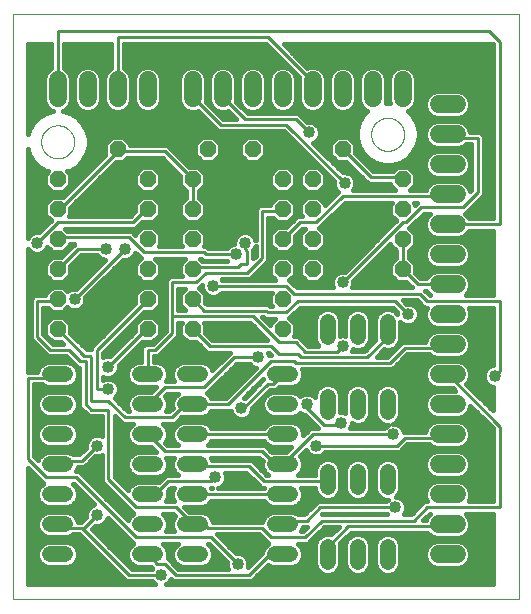
<source format=gbl>
G75*
%MOIN*%
%OFA0B0*%
%FSLAX25Y25*%
%IPPOS*%
%LPD*%
%AMOC8*
5,1,8,0,0,1.08239X$1,22.5*
%
%ADD10C,0.00000*%
%ADD11C,0.05200*%
%ADD12OC8,0.05200*%
%ADD13C,0.06000*%
%ADD14C,0.01000*%
%ADD15C,0.04000*%
%ADD16C,0.01600*%
D10*
X0001000Y0001000D02*
X0001000Y0195961D01*
X0169701Y0195961D01*
X0169701Y0001000D01*
X0001000Y0001000D01*
X0010488Y0153500D02*
X0010490Y0153648D01*
X0010496Y0153796D01*
X0010506Y0153944D01*
X0010520Y0154091D01*
X0010538Y0154238D01*
X0010559Y0154384D01*
X0010585Y0154530D01*
X0010615Y0154675D01*
X0010648Y0154819D01*
X0010686Y0154962D01*
X0010727Y0155104D01*
X0010772Y0155245D01*
X0010820Y0155385D01*
X0010873Y0155524D01*
X0010929Y0155661D01*
X0010989Y0155796D01*
X0011052Y0155930D01*
X0011119Y0156062D01*
X0011190Y0156192D01*
X0011264Y0156320D01*
X0011341Y0156446D01*
X0011422Y0156570D01*
X0011506Y0156692D01*
X0011593Y0156811D01*
X0011684Y0156928D01*
X0011778Y0157043D01*
X0011874Y0157155D01*
X0011974Y0157265D01*
X0012076Y0157371D01*
X0012182Y0157475D01*
X0012290Y0157576D01*
X0012401Y0157674D01*
X0012514Y0157770D01*
X0012630Y0157862D01*
X0012748Y0157951D01*
X0012869Y0158036D01*
X0012992Y0158119D01*
X0013117Y0158198D01*
X0013244Y0158274D01*
X0013373Y0158346D01*
X0013504Y0158415D01*
X0013637Y0158480D01*
X0013772Y0158541D01*
X0013908Y0158599D01*
X0014045Y0158654D01*
X0014184Y0158704D01*
X0014325Y0158751D01*
X0014466Y0158794D01*
X0014609Y0158834D01*
X0014753Y0158869D01*
X0014897Y0158901D01*
X0015043Y0158928D01*
X0015189Y0158952D01*
X0015336Y0158972D01*
X0015483Y0158988D01*
X0015630Y0159000D01*
X0015778Y0159008D01*
X0015926Y0159012D01*
X0016074Y0159012D01*
X0016222Y0159008D01*
X0016370Y0159000D01*
X0016517Y0158988D01*
X0016664Y0158972D01*
X0016811Y0158952D01*
X0016957Y0158928D01*
X0017103Y0158901D01*
X0017247Y0158869D01*
X0017391Y0158834D01*
X0017534Y0158794D01*
X0017675Y0158751D01*
X0017816Y0158704D01*
X0017955Y0158654D01*
X0018092Y0158599D01*
X0018228Y0158541D01*
X0018363Y0158480D01*
X0018496Y0158415D01*
X0018627Y0158346D01*
X0018756Y0158274D01*
X0018883Y0158198D01*
X0019008Y0158119D01*
X0019131Y0158036D01*
X0019252Y0157951D01*
X0019370Y0157862D01*
X0019486Y0157770D01*
X0019599Y0157674D01*
X0019710Y0157576D01*
X0019818Y0157475D01*
X0019924Y0157371D01*
X0020026Y0157265D01*
X0020126Y0157155D01*
X0020222Y0157043D01*
X0020316Y0156928D01*
X0020407Y0156811D01*
X0020494Y0156692D01*
X0020578Y0156570D01*
X0020659Y0156446D01*
X0020736Y0156320D01*
X0020810Y0156192D01*
X0020881Y0156062D01*
X0020948Y0155930D01*
X0021011Y0155796D01*
X0021071Y0155661D01*
X0021127Y0155524D01*
X0021180Y0155385D01*
X0021228Y0155245D01*
X0021273Y0155104D01*
X0021314Y0154962D01*
X0021352Y0154819D01*
X0021385Y0154675D01*
X0021415Y0154530D01*
X0021441Y0154384D01*
X0021462Y0154238D01*
X0021480Y0154091D01*
X0021494Y0153944D01*
X0021504Y0153796D01*
X0021510Y0153648D01*
X0021512Y0153500D01*
X0021510Y0153352D01*
X0021504Y0153204D01*
X0021494Y0153056D01*
X0021480Y0152909D01*
X0021462Y0152762D01*
X0021441Y0152616D01*
X0021415Y0152470D01*
X0021385Y0152325D01*
X0021352Y0152181D01*
X0021314Y0152038D01*
X0021273Y0151896D01*
X0021228Y0151755D01*
X0021180Y0151615D01*
X0021127Y0151476D01*
X0021071Y0151339D01*
X0021011Y0151204D01*
X0020948Y0151070D01*
X0020881Y0150938D01*
X0020810Y0150808D01*
X0020736Y0150680D01*
X0020659Y0150554D01*
X0020578Y0150430D01*
X0020494Y0150308D01*
X0020407Y0150189D01*
X0020316Y0150072D01*
X0020222Y0149957D01*
X0020126Y0149845D01*
X0020026Y0149735D01*
X0019924Y0149629D01*
X0019818Y0149525D01*
X0019710Y0149424D01*
X0019599Y0149326D01*
X0019486Y0149230D01*
X0019370Y0149138D01*
X0019252Y0149049D01*
X0019131Y0148964D01*
X0019008Y0148881D01*
X0018883Y0148802D01*
X0018756Y0148726D01*
X0018627Y0148654D01*
X0018496Y0148585D01*
X0018363Y0148520D01*
X0018228Y0148459D01*
X0018092Y0148401D01*
X0017955Y0148346D01*
X0017816Y0148296D01*
X0017675Y0148249D01*
X0017534Y0148206D01*
X0017391Y0148166D01*
X0017247Y0148131D01*
X0017103Y0148099D01*
X0016957Y0148072D01*
X0016811Y0148048D01*
X0016664Y0148028D01*
X0016517Y0148012D01*
X0016370Y0148000D01*
X0016222Y0147992D01*
X0016074Y0147988D01*
X0015926Y0147988D01*
X0015778Y0147992D01*
X0015630Y0148000D01*
X0015483Y0148012D01*
X0015336Y0148028D01*
X0015189Y0148048D01*
X0015043Y0148072D01*
X0014897Y0148099D01*
X0014753Y0148131D01*
X0014609Y0148166D01*
X0014466Y0148206D01*
X0014325Y0148249D01*
X0014184Y0148296D01*
X0014045Y0148346D01*
X0013908Y0148401D01*
X0013772Y0148459D01*
X0013637Y0148520D01*
X0013504Y0148585D01*
X0013373Y0148654D01*
X0013244Y0148726D01*
X0013117Y0148802D01*
X0012992Y0148881D01*
X0012869Y0148964D01*
X0012748Y0149049D01*
X0012630Y0149138D01*
X0012514Y0149230D01*
X0012401Y0149326D01*
X0012290Y0149424D01*
X0012182Y0149525D01*
X0012076Y0149629D01*
X0011974Y0149735D01*
X0011874Y0149845D01*
X0011778Y0149957D01*
X0011684Y0150072D01*
X0011593Y0150189D01*
X0011506Y0150308D01*
X0011422Y0150430D01*
X0011341Y0150554D01*
X0011264Y0150680D01*
X0011190Y0150808D01*
X0011119Y0150938D01*
X0011052Y0151070D01*
X0010989Y0151204D01*
X0010929Y0151339D01*
X0010873Y0151476D01*
X0010820Y0151615D01*
X0010772Y0151755D01*
X0010727Y0151896D01*
X0010686Y0152038D01*
X0010648Y0152181D01*
X0010615Y0152325D01*
X0010585Y0152470D01*
X0010559Y0152616D01*
X0010538Y0152762D01*
X0010520Y0152909D01*
X0010506Y0153056D01*
X0010496Y0153204D01*
X0010490Y0153352D01*
X0010488Y0153500D01*
X0120488Y0156000D02*
X0120490Y0156148D01*
X0120496Y0156296D01*
X0120506Y0156444D01*
X0120520Y0156591D01*
X0120538Y0156738D01*
X0120559Y0156884D01*
X0120585Y0157030D01*
X0120615Y0157175D01*
X0120648Y0157319D01*
X0120686Y0157462D01*
X0120727Y0157604D01*
X0120772Y0157745D01*
X0120820Y0157885D01*
X0120873Y0158024D01*
X0120929Y0158161D01*
X0120989Y0158296D01*
X0121052Y0158430D01*
X0121119Y0158562D01*
X0121190Y0158692D01*
X0121264Y0158820D01*
X0121341Y0158946D01*
X0121422Y0159070D01*
X0121506Y0159192D01*
X0121593Y0159311D01*
X0121684Y0159428D01*
X0121778Y0159543D01*
X0121874Y0159655D01*
X0121974Y0159765D01*
X0122076Y0159871D01*
X0122182Y0159975D01*
X0122290Y0160076D01*
X0122401Y0160174D01*
X0122514Y0160270D01*
X0122630Y0160362D01*
X0122748Y0160451D01*
X0122869Y0160536D01*
X0122992Y0160619D01*
X0123117Y0160698D01*
X0123244Y0160774D01*
X0123373Y0160846D01*
X0123504Y0160915D01*
X0123637Y0160980D01*
X0123772Y0161041D01*
X0123908Y0161099D01*
X0124045Y0161154D01*
X0124184Y0161204D01*
X0124325Y0161251D01*
X0124466Y0161294D01*
X0124609Y0161334D01*
X0124753Y0161369D01*
X0124897Y0161401D01*
X0125043Y0161428D01*
X0125189Y0161452D01*
X0125336Y0161472D01*
X0125483Y0161488D01*
X0125630Y0161500D01*
X0125778Y0161508D01*
X0125926Y0161512D01*
X0126074Y0161512D01*
X0126222Y0161508D01*
X0126370Y0161500D01*
X0126517Y0161488D01*
X0126664Y0161472D01*
X0126811Y0161452D01*
X0126957Y0161428D01*
X0127103Y0161401D01*
X0127247Y0161369D01*
X0127391Y0161334D01*
X0127534Y0161294D01*
X0127675Y0161251D01*
X0127816Y0161204D01*
X0127955Y0161154D01*
X0128092Y0161099D01*
X0128228Y0161041D01*
X0128363Y0160980D01*
X0128496Y0160915D01*
X0128627Y0160846D01*
X0128756Y0160774D01*
X0128883Y0160698D01*
X0129008Y0160619D01*
X0129131Y0160536D01*
X0129252Y0160451D01*
X0129370Y0160362D01*
X0129486Y0160270D01*
X0129599Y0160174D01*
X0129710Y0160076D01*
X0129818Y0159975D01*
X0129924Y0159871D01*
X0130026Y0159765D01*
X0130126Y0159655D01*
X0130222Y0159543D01*
X0130316Y0159428D01*
X0130407Y0159311D01*
X0130494Y0159192D01*
X0130578Y0159070D01*
X0130659Y0158946D01*
X0130736Y0158820D01*
X0130810Y0158692D01*
X0130881Y0158562D01*
X0130948Y0158430D01*
X0131011Y0158296D01*
X0131071Y0158161D01*
X0131127Y0158024D01*
X0131180Y0157885D01*
X0131228Y0157745D01*
X0131273Y0157604D01*
X0131314Y0157462D01*
X0131352Y0157319D01*
X0131385Y0157175D01*
X0131415Y0157030D01*
X0131441Y0156884D01*
X0131462Y0156738D01*
X0131480Y0156591D01*
X0131494Y0156444D01*
X0131504Y0156296D01*
X0131510Y0156148D01*
X0131512Y0156000D01*
X0131510Y0155852D01*
X0131504Y0155704D01*
X0131494Y0155556D01*
X0131480Y0155409D01*
X0131462Y0155262D01*
X0131441Y0155116D01*
X0131415Y0154970D01*
X0131385Y0154825D01*
X0131352Y0154681D01*
X0131314Y0154538D01*
X0131273Y0154396D01*
X0131228Y0154255D01*
X0131180Y0154115D01*
X0131127Y0153976D01*
X0131071Y0153839D01*
X0131011Y0153704D01*
X0130948Y0153570D01*
X0130881Y0153438D01*
X0130810Y0153308D01*
X0130736Y0153180D01*
X0130659Y0153054D01*
X0130578Y0152930D01*
X0130494Y0152808D01*
X0130407Y0152689D01*
X0130316Y0152572D01*
X0130222Y0152457D01*
X0130126Y0152345D01*
X0130026Y0152235D01*
X0129924Y0152129D01*
X0129818Y0152025D01*
X0129710Y0151924D01*
X0129599Y0151826D01*
X0129486Y0151730D01*
X0129370Y0151638D01*
X0129252Y0151549D01*
X0129131Y0151464D01*
X0129008Y0151381D01*
X0128883Y0151302D01*
X0128756Y0151226D01*
X0128627Y0151154D01*
X0128496Y0151085D01*
X0128363Y0151020D01*
X0128228Y0150959D01*
X0128092Y0150901D01*
X0127955Y0150846D01*
X0127816Y0150796D01*
X0127675Y0150749D01*
X0127534Y0150706D01*
X0127391Y0150666D01*
X0127247Y0150631D01*
X0127103Y0150599D01*
X0126957Y0150572D01*
X0126811Y0150548D01*
X0126664Y0150528D01*
X0126517Y0150512D01*
X0126370Y0150500D01*
X0126222Y0150492D01*
X0126074Y0150488D01*
X0125926Y0150488D01*
X0125778Y0150492D01*
X0125630Y0150500D01*
X0125483Y0150512D01*
X0125336Y0150528D01*
X0125189Y0150548D01*
X0125043Y0150572D01*
X0124897Y0150599D01*
X0124753Y0150631D01*
X0124609Y0150666D01*
X0124466Y0150706D01*
X0124325Y0150749D01*
X0124184Y0150796D01*
X0124045Y0150846D01*
X0123908Y0150901D01*
X0123772Y0150959D01*
X0123637Y0151020D01*
X0123504Y0151085D01*
X0123373Y0151154D01*
X0123244Y0151226D01*
X0123117Y0151302D01*
X0122992Y0151381D01*
X0122869Y0151464D01*
X0122748Y0151549D01*
X0122630Y0151638D01*
X0122514Y0151730D01*
X0122401Y0151826D01*
X0122290Y0151924D01*
X0122182Y0152025D01*
X0122076Y0152129D01*
X0121974Y0152235D01*
X0121874Y0152345D01*
X0121778Y0152457D01*
X0121684Y0152572D01*
X0121593Y0152689D01*
X0121506Y0152808D01*
X0121422Y0152930D01*
X0121341Y0153054D01*
X0121264Y0153180D01*
X0121190Y0153308D01*
X0121119Y0153438D01*
X0121052Y0153570D01*
X0120989Y0153704D01*
X0120929Y0153839D01*
X0120873Y0153976D01*
X0120820Y0154115D01*
X0120772Y0154255D01*
X0120727Y0154396D01*
X0120686Y0154538D01*
X0120648Y0154681D01*
X0120615Y0154825D01*
X0120585Y0154970D01*
X0120559Y0155116D01*
X0120538Y0155262D01*
X0120520Y0155409D01*
X0120506Y0155556D01*
X0120496Y0155704D01*
X0120490Y0155852D01*
X0120488Y0156000D01*
D11*
X0116000Y0093600D02*
X0116000Y0088400D01*
X0106000Y0088400D02*
X0106000Y0093600D01*
X0093600Y0076000D02*
X0088400Y0076000D01*
X0088400Y0066000D02*
X0093600Y0066000D01*
X0093600Y0056000D02*
X0088400Y0056000D01*
X0088400Y0046000D02*
X0093600Y0046000D01*
X0093600Y0036000D02*
X0088400Y0036000D01*
X0088400Y0026000D02*
X0093600Y0026000D01*
X0093600Y0016000D02*
X0088400Y0016000D01*
X0106000Y0013400D02*
X0106000Y0018600D01*
X0116000Y0018600D02*
X0116000Y0013400D01*
X0126000Y0013400D02*
X0126000Y0018600D01*
X0126000Y0038400D02*
X0126000Y0043600D01*
X0116000Y0043600D02*
X0116000Y0038400D01*
X0106000Y0038400D02*
X0106000Y0043600D01*
X0106000Y0063400D02*
X0106000Y0068600D01*
X0116000Y0068600D02*
X0116000Y0063400D01*
X0126000Y0063400D02*
X0126000Y0068600D01*
X0126000Y0088400D02*
X0126000Y0093600D01*
X0063600Y0076000D02*
X0058400Y0076000D01*
X0058400Y0066000D02*
X0063600Y0066000D01*
X0063600Y0056000D02*
X0058400Y0056000D01*
X0058400Y0046000D02*
X0063600Y0046000D01*
X0063600Y0036000D02*
X0058400Y0036000D01*
X0058400Y0026000D02*
X0063600Y0026000D01*
X0063600Y0016000D02*
X0058400Y0016000D01*
X0048600Y0016000D02*
X0043400Y0016000D01*
X0043400Y0026000D02*
X0048600Y0026000D01*
X0048600Y0036000D02*
X0043400Y0036000D01*
X0043400Y0046000D02*
X0048600Y0046000D01*
X0048600Y0056000D02*
X0043400Y0056000D01*
X0043400Y0066000D02*
X0048600Y0066000D01*
X0048600Y0076000D02*
X0043400Y0076000D01*
X0018600Y0076000D02*
X0013400Y0076000D01*
X0013400Y0066000D02*
X0018600Y0066000D01*
X0018600Y0056000D02*
X0013400Y0056000D01*
X0013400Y0046000D02*
X0018600Y0046000D01*
X0018600Y0036000D02*
X0013400Y0036000D01*
X0013400Y0026000D02*
X0018600Y0026000D01*
X0018600Y0016000D02*
X0013400Y0016000D01*
D12*
X0016000Y0091000D03*
X0016000Y0101000D03*
X0016000Y0111000D03*
X0016000Y0121000D03*
X0016000Y0131000D03*
X0016000Y0141000D03*
X0036000Y0151000D03*
X0046000Y0141000D03*
X0046000Y0131000D03*
X0046000Y0121000D03*
X0046000Y0111000D03*
X0046000Y0101000D03*
X0046000Y0091000D03*
X0061000Y0091000D03*
X0061000Y0101000D03*
X0061000Y0111000D03*
X0061000Y0121000D03*
X0061000Y0131000D03*
X0061000Y0141000D03*
X0066000Y0151000D03*
X0081000Y0151000D03*
X0091000Y0141000D03*
X0091000Y0131000D03*
X0091000Y0121000D03*
X0091000Y0111000D03*
X0091000Y0101000D03*
X0091000Y0091000D03*
X0101000Y0111000D03*
X0101000Y0121000D03*
X0101000Y0131000D03*
X0101000Y0141000D03*
X0111000Y0151000D03*
X0131000Y0141000D03*
X0131000Y0131000D03*
X0131000Y0121000D03*
X0131000Y0111000D03*
D13*
X0143000Y0106000D02*
X0149000Y0106000D01*
X0149000Y0096000D02*
X0143000Y0096000D01*
X0143000Y0086000D02*
X0149000Y0086000D01*
X0149000Y0076000D02*
X0143000Y0076000D01*
X0143000Y0066000D02*
X0149000Y0066000D01*
X0149000Y0056000D02*
X0143000Y0056000D01*
X0143000Y0046000D02*
X0149000Y0046000D01*
X0149000Y0036000D02*
X0143000Y0036000D01*
X0143000Y0026000D02*
X0149000Y0026000D01*
X0149000Y0016000D02*
X0143000Y0016000D01*
X0143000Y0116000D02*
X0149000Y0116000D01*
X0149000Y0126000D02*
X0143000Y0126000D01*
X0143000Y0136000D02*
X0149000Y0136000D01*
X0149000Y0146000D02*
X0143000Y0146000D01*
X0143000Y0156000D02*
X0149000Y0156000D01*
X0149000Y0166000D02*
X0143000Y0166000D01*
X0131000Y0168000D02*
X0131000Y0174000D01*
X0121000Y0174000D02*
X0121000Y0168000D01*
X0111000Y0168000D02*
X0111000Y0174000D01*
X0101000Y0174000D02*
X0101000Y0168000D01*
X0091000Y0168000D02*
X0091000Y0174000D01*
X0081000Y0174000D02*
X0081000Y0168000D01*
X0071000Y0168000D02*
X0071000Y0174000D01*
X0061000Y0174000D02*
X0061000Y0168000D01*
X0046000Y0168000D02*
X0046000Y0174000D01*
X0036000Y0174000D02*
X0036000Y0168000D01*
X0026000Y0168000D02*
X0026000Y0174000D01*
X0016000Y0174000D02*
X0016000Y0168000D01*
D14*
X0016000Y0171000D02*
X0016000Y0190375D01*
X0159750Y0190375D01*
X0163500Y0186625D01*
X0163500Y0126000D01*
X0146000Y0126000D01*
X0151000Y0131625D02*
X0156000Y0136625D01*
X0156000Y0154750D01*
X0147250Y0154750D01*
X0146000Y0156000D01*
X0131000Y0141000D02*
X0130375Y0141625D01*
X0120375Y0141625D01*
X0111000Y0151000D01*
X0111625Y0139750D02*
X0092250Y0159125D01*
X0070375Y0159125D01*
X0061000Y0168500D01*
X0061000Y0171000D01*
X0071000Y0171000D02*
X0071000Y0168500D01*
X0078500Y0161000D01*
X0095375Y0161000D01*
X0099750Y0156625D01*
X0101000Y0171000D02*
X0101000Y0173500D01*
X0086000Y0188500D01*
X0036000Y0188500D01*
X0036000Y0171000D01*
X0036000Y0151000D02*
X0036000Y0150375D01*
X0016625Y0131000D01*
X0016000Y0131000D01*
X0016000Y0126625D02*
X0041000Y0126625D01*
X0045375Y0131000D01*
X0046000Y0131000D01*
X0039750Y0121625D02*
X0044750Y0116625D01*
X0064750Y0116625D01*
X0065375Y0116000D01*
X0075375Y0116000D01*
X0077250Y0112875D02*
X0076000Y0111625D01*
X0061625Y0111625D01*
X0061000Y0111000D01*
X0065375Y0109750D02*
X0062250Y0106625D01*
X0054125Y0106625D01*
X0054125Y0095375D01*
X0081000Y0095375D01*
X0089750Y0086625D01*
X0095375Y0086625D01*
X0098500Y0083500D01*
X0109125Y0083500D01*
X0111000Y0085375D01*
X0119125Y0081625D02*
X0126000Y0088500D01*
X0126000Y0091000D01*
X0131625Y0084750D02*
X0126625Y0079750D01*
X0095375Y0079750D01*
X0094750Y0080375D01*
X0087250Y0080375D01*
X0072875Y0066000D01*
X0061000Y0066000D01*
X0058500Y0066000D01*
X0054125Y0061625D01*
X0038500Y0061625D01*
X0032875Y0067250D01*
X0027250Y0067250D01*
X0027250Y0081625D01*
X0026625Y0082250D01*
X0024750Y0082250D01*
X0016000Y0091000D01*
X0009125Y0088500D02*
X0009125Y0100375D01*
X0015375Y0100375D01*
X0016000Y0101000D01*
X0021625Y0101000D02*
X0038500Y0117875D01*
X0039750Y0121625D02*
X0016625Y0121625D01*
X0016000Y0121000D01*
X0016000Y0126625D02*
X0009125Y0119750D01*
X0016000Y0111000D02*
X0022875Y0117875D01*
X0032250Y0117875D01*
X0046000Y0101000D02*
X0029125Y0084125D01*
X0029125Y0071000D01*
X0032875Y0071000D01*
X0032875Y0078500D02*
X0045375Y0091000D01*
X0046000Y0091000D01*
X0046000Y0084125D02*
X0048500Y0084125D01*
X0054125Y0089750D01*
X0054125Y0095375D01*
X0061000Y0091000D02*
X0066625Y0085375D01*
X0087250Y0085375D01*
X0089750Y0082875D01*
X0096000Y0082875D01*
X0097250Y0081625D01*
X0119125Y0081625D01*
X0131625Y0084750D02*
X0144750Y0084750D01*
X0146000Y0086000D01*
X0146000Y0076000D02*
X0163500Y0058500D01*
X0163500Y0031625D01*
X0139125Y0031625D01*
X0134750Y0027250D01*
X0104125Y0027250D01*
X0098500Y0021625D01*
X0087250Y0021625D01*
X0084125Y0024750D01*
X0066000Y0024750D01*
X0064750Y0026000D01*
X0061000Y0026000D01*
X0055375Y0031625D01*
X0042250Y0031625D01*
X0032875Y0041000D01*
X0032875Y0064125D01*
X0027250Y0064125D01*
X0025375Y0066000D01*
X0025375Y0080375D01*
X0023500Y0080375D01*
X0019750Y0084125D01*
X0013500Y0084125D01*
X0009125Y0088500D01*
X0012250Y0076000D02*
X0016000Y0076000D01*
X0012250Y0076000D02*
X0011000Y0074750D01*
X0006000Y0074750D01*
X0006000Y0047875D01*
X0012250Y0041625D01*
X0022250Y0041625D01*
X0042250Y0021625D01*
X0067250Y0021625D01*
X0076000Y0012875D01*
X0079750Y0009125D02*
X0086625Y0016000D01*
X0091000Y0016000D01*
X0091000Y0026000D02*
X0092250Y0027250D01*
X0099125Y0027250D01*
X0103500Y0031625D01*
X0128500Y0031625D01*
X0112875Y0025375D02*
X0106000Y0018500D01*
X0106000Y0016000D01*
X0112875Y0025375D02*
X0145375Y0025375D01*
X0146000Y0026000D01*
X0129125Y0052250D02*
X0102250Y0052250D01*
X0101000Y0056000D02*
X0127875Y0056000D01*
X0129125Y0052250D02*
X0131625Y0054750D01*
X0144750Y0054750D01*
X0146000Y0056000D01*
X0161625Y0075375D02*
X0163500Y0077250D01*
X0163500Y0100375D01*
X0139125Y0100375D01*
X0136625Y0102875D01*
X0094750Y0102875D01*
X0092250Y0105375D01*
X0067875Y0105375D01*
X0065375Y0109750D02*
X0079125Y0109750D01*
X0084125Y0114750D01*
X0084125Y0130375D01*
X0090375Y0130375D01*
X0091000Y0131000D01*
X0096625Y0126625D02*
X0102250Y0126625D01*
X0111000Y0135375D01*
X0145375Y0135375D01*
X0146000Y0136000D01*
X0151000Y0131625D02*
X0137250Y0131625D01*
X0132250Y0126625D01*
X0131000Y0126625D01*
X0111000Y0106625D01*
X0096000Y0100375D02*
X0128500Y0100375D01*
X0132875Y0096000D01*
X0136000Y0106000D02*
X0146000Y0106000D01*
X0136000Y0106000D02*
X0131000Y0111000D01*
X0131000Y0121000D01*
X0096625Y0126625D02*
X0091000Y0121000D01*
X0079125Y0117250D02*
X0079125Y0112875D01*
X0077250Y0112875D01*
X0079125Y0117250D02*
X0078500Y0117875D01*
X0078500Y0119750D01*
X0061000Y0131000D02*
X0061000Y0141000D01*
X0051625Y0150375D01*
X0036625Y0150375D01*
X0036000Y0151000D01*
X0061000Y0101000D02*
X0064750Y0097250D01*
X0085375Y0097250D01*
X0086000Y0096625D01*
X0092250Y0096625D01*
X0096000Y0100375D01*
X0082875Y0081625D02*
X0074750Y0081625D01*
X0064750Y0071625D01*
X0051625Y0071625D01*
X0046000Y0066000D01*
X0046000Y0056000D02*
X0051625Y0050375D01*
X0084125Y0050375D01*
X0088500Y0046000D01*
X0091000Y0046000D01*
X0101000Y0056000D01*
X0104750Y0059125D02*
X0099125Y0064750D01*
X0099125Y0066000D01*
X0104750Y0059125D02*
X0109750Y0059125D01*
X0110375Y0059750D01*
X0106000Y0041000D02*
X0105375Y0040375D01*
X0084750Y0040375D01*
X0079750Y0045375D01*
X0061625Y0045375D01*
X0061000Y0046000D01*
X0067250Y0040375D02*
X0052875Y0040375D01*
X0048500Y0036000D01*
X0046000Y0036000D01*
X0061000Y0036000D02*
X0091000Y0036000D01*
X0091000Y0056000D02*
X0061000Y0056000D01*
X0068500Y0041625D02*
X0067250Y0040375D01*
X0077250Y0064750D02*
X0077875Y0064750D01*
X0086000Y0072875D01*
X0087875Y0072875D01*
X0091000Y0076000D01*
X0046000Y0076000D02*
X0046000Y0084125D01*
X0029125Y0052250D02*
X0024125Y0047250D01*
X0017250Y0047250D01*
X0016000Y0046000D01*
X0029125Y0029125D02*
X0024437Y0024437D01*
X0024125Y0024750D01*
X0017250Y0024750D01*
X0016000Y0026000D01*
X0024437Y0024437D02*
X0039750Y0009125D01*
X0050375Y0009125D01*
X0051625Y0012875D02*
X0049125Y0012875D01*
X0046000Y0016000D01*
X0051625Y0012875D02*
X0055375Y0009125D01*
X0079750Y0009125D01*
D15*
X0076000Y0012875D03*
X0050375Y0009125D03*
X0029125Y0029125D03*
X0029125Y0052250D03*
X0032875Y0071000D03*
X0032875Y0078500D03*
X0021625Y0101000D03*
X0032250Y0117875D03*
X0038500Y0117875D03*
X0009125Y0119750D03*
X0067875Y0105375D03*
X0075375Y0116000D03*
X0078500Y0119750D03*
X0082875Y0081625D03*
X0077250Y0064750D03*
X0068500Y0041625D03*
X0099125Y0066000D03*
X0110375Y0059750D03*
X0102250Y0052250D03*
X0127875Y0056000D03*
X0128500Y0031625D03*
X0161625Y0075375D03*
X0132875Y0096000D03*
X0111000Y0085375D03*
X0111000Y0106625D03*
X0111625Y0139750D03*
X0099750Y0156625D03*
D16*
X0102214Y0159253D02*
X0116196Y0159253D01*
X0116391Y0159980D02*
X0115688Y0157358D01*
X0115688Y0154642D01*
X0116391Y0152020D01*
X0117748Y0149668D01*
X0119668Y0147748D01*
X0122020Y0146391D01*
X0124642Y0145688D01*
X0127358Y0145688D01*
X0129980Y0146391D01*
X0132332Y0147748D01*
X0134251Y0149668D01*
X0135609Y0152020D01*
X0136312Y0154642D01*
X0136312Y0157358D01*
X0135609Y0159980D01*
X0134251Y0162332D01*
X0132812Y0163771D01*
X0133606Y0164100D01*
X0134900Y0165394D01*
X0135600Y0167085D01*
X0135600Y0174915D01*
X0134900Y0176606D01*
X0133606Y0177900D01*
X0131915Y0178600D01*
X0130085Y0178600D01*
X0128394Y0177900D01*
X0127100Y0176606D01*
X0126400Y0174915D01*
X0126400Y0167085D01*
X0126720Y0166312D01*
X0125280Y0166312D01*
X0125600Y0167085D01*
X0125600Y0174915D01*
X0124900Y0176606D01*
X0123606Y0177900D01*
X0121915Y0178600D01*
X0120085Y0178600D01*
X0118394Y0177900D01*
X0117100Y0176606D01*
X0116400Y0174915D01*
X0116400Y0167085D01*
X0117100Y0165394D01*
X0118394Y0164100D01*
X0119188Y0163771D01*
X0117748Y0162332D01*
X0116391Y0159980D01*
X0116894Y0160851D02*
X0098494Y0160851D01*
X0099120Y0160225D02*
X0097475Y0161870D01*
X0096245Y0163100D01*
X0079370Y0163100D01*
X0075537Y0166933D01*
X0075600Y0167085D01*
X0075600Y0174915D01*
X0074900Y0176606D01*
X0073606Y0177900D01*
X0071915Y0178600D01*
X0070085Y0178600D01*
X0068394Y0177900D01*
X0067100Y0176606D01*
X0066400Y0174915D01*
X0066400Y0167085D01*
X0067100Y0165394D01*
X0068394Y0164100D01*
X0070085Y0163400D01*
X0071915Y0163400D01*
X0072774Y0163756D01*
X0075305Y0161225D01*
X0071245Y0161225D01*
X0065537Y0166933D01*
X0065600Y0167085D01*
X0065600Y0174915D01*
X0064900Y0176606D01*
X0063606Y0177900D01*
X0061915Y0178600D01*
X0060085Y0178600D01*
X0058394Y0177900D01*
X0057100Y0176606D01*
X0056400Y0174915D01*
X0056400Y0167085D01*
X0057100Y0165394D01*
X0058394Y0164100D01*
X0060085Y0163400D01*
X0061915Y0163400D01*
X0062774Y0163756D01*
X0069505Y0157025D01*
X0091380Y0157025D01*
X0108025Y0140380D01*
X0108025Y0139034D01*
X0108573Y0137711D01*
X0109470Y0136814D01*
X0105200Y0132545D01*
X0105200Y0132740D01*
X0102740Y0135200D01*
X0099260Y0135200D01*
X0096800Y0132740D01*
X0096800Y0129260D01*
X0097335Y0128725D01*
X0095755Y0128725D01*
X0094525Y0127495D01*
X0092230Y0125200D01*
X0089260Y0125200D01*
X0086800Y0122740D01*
X0086800Y0119260D01*
X0089260Y0116800D01*
X0092740Y0116800D01*
X0095200Y0119260D01*
X0095200Y0122230D01*
X0097495Y0124525D01*
X0098585Y0124525D01*
X0096800Y0122740D01*
X0096800Y0119260D01*
X0099260Y0116800D01*
X0102740Y0116800D01*
X0105200Y0119260D01*
X0105200Y0122740D01*
X0103267Y0124672D01*
X0111870Y0133275D01*
X0127335Y0133275D01*
X0126800Y0132740D01*
X0126800Y0129260D01*
X0128733Y0127328D01*
X0111630Y0110225D01*
X0110284Y0110225D01*
X0108961Y0109677D01*
X0107948Y0108664D01*
X0107400Y0107341D01*
X0107400Y0105909D01*
X0107787Y0104975D01*
X0095620Y0104975D01*
X0094350Y0106245D01*
X0093267Y0107328D01*
X0095200Y0109260D01*
X0095200Y0112740D01*
X0092740Y0115200D01*
X0089260Y0115200D01*
X0086800Y0112740D01*
X0086800Y0109260D01*
X0088585Y0107475D01*
X0070866Y0107475D01*
X0070691Y0107650D01*
X0079995Y0107650D01*
X0086225Y0113880D01*
X0086225Y0128275D01*
X0087785Y0128275D01*
X0089260Y0126800D01*
X0092740Y0126800D01*
X0095200Y0129260D01*
X0095200Y0132740D01*
X0092740Y0135200D01*
X0089260Y0135200D01*
X0086800Y0132740D01*
X0086800Y0132475D01*
X0083255Y0132475D01*
X0082025Y0131245D01*
X0082025Y0120647D01*
X0081552Y0121789D01*
X0080539Y0122802D01*
X0079216Y0123350D01*
X0077784Y0123350D01*
X0076461Y0122802D01*
X0075448Y0121789D01*
X0074900Y0120466D01*
X0074900Y0119600D01*
X0074659Y0119600D01*
X0073336Y0119052D01*
X0072384Y0118100D01*
X0066245Y0118100D01*
X0065620Y0118725D01*
X0064665Y0118725D01*
X0065200Y0119260D01*
X0065200Y0122740D01*
X0062740Y0125200D01*
X0059260Y0125200D01*
X0056800Y0122740D01*
X0056800Y0119260D01*
X0057335Y0118725D01*
X0049665Y0118725D01*
X0050200Y0119260D01*
X0050200Y0122740D01*
X0047740Y0125200D01*
X0044260Y0125200D01*
X0041800Y0122740D01*
X0041800Y0122545D01*
X0040620Y0123725D01*
X0019215Y0123725D01*
X0018415Y0124525D01*
X0041870Y0124525D01*
X0044203Y0126858D01*
X0044260Y0126800D01*
X0047740Y0126800D01*
X0050200Y0129260D01*
X0050200Y0132740D01*
X0047740Y0135200D01*
X0044260Y0135200D01*
X0041800Y0132740D01*
X0041800Y0130395D01*
X0040130Y0128725D01*
X0019665Y0128725D01*
X0020200Y0129260D01*
X0020200Y0131605D01*
X0035395Y0146800D01*
X0037740Y0146800D01*
X0039215Y0148275D01*
X0050755Y0148275D01*
X0056800Y0142230D01*
X0056800Y0139260D01*
X0058900Y0137160D01*
X0058900Y0134840D01*
X0056800Y0132740D01*
X0056800Y0129260D01*
X0059260Y0126800D01*
X0062740Y0126800D01*
X0065200Y0129260D01*
X0065200Y0132740D01*
X0063100Y0134840D01*
X0063100Y0137160D01*
X0065200Y0139260D01*
X0065200Y0142740D01*
X0062740Y0145200D01*
X0059770Y0145200D01*
X0053725Y0151245D01*
X0052495Y0152475D01*
X0040200Y0152475D01*
X0040200Y0152740D01*
X0037740Y0155200D01*
X0034260Y0155200D01*
X0031800Y0152740D01*
X0031800Y0149260D01*
X0031858Y0149203D01*
X0017797Y0135142D01*
X0017740Y0135200D01*
X0014260Y0135200D01*
X0011800Y0132740D01*
X0011800Y0129260D01*
X0013733Y0127328D01*
X0009755Y0123350D01*
X0008409Y0123350D01*
X0007086Y0122802D01*
X0006073Y0121789D01*
X0006000Y0121613D01*
X0006000Y0150979D01*
X0006391Y0149520D01*
X0007748Y0147168D01*
X0009668Y0145248D01*
X0012020Y0143891D01*
X0012754Y0143694D01*
X0011800Y0142740D01*
X0011800Y0139260D01*
X0014260Y0136800D01*
X0017740Y0136800D01*
X0020200Y0139260D01*
X0020200Y0142740D01*
X0019246Y0143694D01*
X0019980Y0143891D01*
X0022332Y0145248D01*
X0024251Y0147168D01*
X0025609Y0149520D01*
X0026312Y0152142D01*
X0026312Y0154858D01*
X0025609Y0157480D01*
X0024251Y0159832D01*
X0022332Y0161751D01*
X0019980Y0163109D01*
X0017692Y0163722D01*
X0018606Y0164100D01*
X0019900Y0165394D01*
X0020600Y0167085D01*
X0020600Y0174915D01*
X0019900Y0176606D01*
X0018606Y0177900D01*
X0018100Y0178109D01*
X0018100Y0186000D01*
X0033900Y0186000D01*
X0033900Y0178109D01*
X0033394Y0177900D01*
X0032100Y0176606D01*
X0031400Y0174915D01*
X0031400Y0167085D01*
X0032100Y0165394D01*
X0033394Y0164100D01*
X0035085Y0163400D01*
X0036915Y0163400D01*
X0038606Y0164100D01*
X0039900Y0165394D01*
X0040600Y0167085D01*
X0040600Y0174915D01*
X0039900Y0176606D01*
X0038606Y0177900D01*
X0038100Y0178109D01*
X0038100Y0186000D01*
X0085530Y0186000D01*
X0096463Y0175067D01*
X0096400Y0174915D01*
X0096400Y0167085D01*
X0097100Y0165394D01*
X0098394Y0164100D01*
X0100085Y0163400D01*
X0101915Y0163400D01*
X0103606Y0164100D01*
X0104900Y0165394D01*
X0105600Y0167085D01*
X0105600Y0174915D01*
X0104900Y0176606D01*
X0103606Y0177900D01*
X0101915Y0178600D01*
X0100085Y0178600D01*
X0099226Y0178244D01*
X0091470Y0186000D01*
X0161000Y0186000D01*
X0161000Y0128100D01*
X0153109Y0128100D01*
X0152900Y0128606D01*
X0151925Y0129580D01*
X0156870Y0134525D01*
X0158100Y0135755D01*
X0158100Y0155620D01*
X0156870Y0156850D01*
X0153600Y0156850D01*
X0153600Y0156915D01*
X0152900Y0158606D01*
X0151606Y0159900D01*
X0149915Y0160600D01*
X0142085Y0160600D01*
X0140394Y0159900D01*
X0139100Y0158606D01*
X0138400Y0156915D01*
X0138400Y0155085D01*
X0139100Y0153394D01*
X0140394Y0152100D01*
X0142085Y0151400D01*
X0149915Y0151400D01*
X0151606Y0152100D01*
X0152155Y0152650D01*
X0153900Y0152650D01*
X0153900Y0137495D01*
X0153518Y0137113D01*
X0152900Y0138606D01*
X0151606Y0139900D01*
X0149915Y0140600D01*
X0142085Y0140600D01*
X0140394Y0139900D01*
X0139100Y0138606D01*
X0138632Y0137475D01*
X0133415Y0137475D01*
X0135200Y0139260D01*
X0135200Y0142740D01*
X0132740Y0145200D01*
X0129260Y0145200D01*
X0127785Y0143725D01*
X0121245Y0143725D01*
X0115200Y0149770D01*
X0115200Y0152740D01*
X0112740Y0155200D01*
X0109260Y0155200D01*
X0106800Y0152740D01*
X0106800Y0149260D01*
X0109260Y0146800D01*
X0112230Y0146800D01*
X0118275Y0140755D01*
X0119505Y0139525D01*
X0126800Y0139525D01*
X0126800Y0139260D01*
X0128585Y0137475D01*
X0114441Y0137475D01*
X0114677Y0137711D01*
X0115225Y0139034D01*
X0115225Y0140466D01*
X0114677Y0141789D01*
X0113664Y0142802D01*
X0112341Y0143350D01*
X0110995Y0143350D01*
X0101070Y0153275D01*
X0101789Y0153573D01*
X0102802Y0154586D01*
X0103350Y0155909D01*
X0103350Y0157341D01*
X0102802Y0158664D01*
X0101789Y0159677D01*
X0100466Y0160225D01*
X0099120Y0160225D01*
X0096895Y0162450D02*
X0117867Y0162450D01*
X0118520Y0164048D02*
X0113480Y0164048D01*
X0113606Y0164100D02*
X0114900Y0165394D01*
X0115600Y0167085D01*
X0115600Y0174915D01*
X0114900Y0176606D01*
X0113606Y0177900D01*
X0111915Y0178600D01*
X0110085Y0178600D01*
X0108394Y0177900D01*
X0107100Y0176606D01*
X0106400Y0174915D01*
X0106400Y0167085D01*
X0107100Y0165394D01*
X0108394Y0164100D01*
X0110085Y0163400D01*
X0111915Y0163400D01*
X0113606Y0164100D01*
X0115004Y0165647D02*
X0116996Y0165647D01*
X0116400Y0167245D02*
X0115600Y0167245D01*
X0115600Y0168844D02*
X0116400Y0168844D01*
X0116400Y0170442D02*
X0115600Y0170442D01*
X0115600Y0172041D02*
X0116400Y0172041D01*
X0116400Y0173639D02*
X0115600Y0173639D01*
X0115466Y0175238D02*
X0116534Y0175238D01*
X0117331Y0176836D02*
X0114669Y0176836D01*
X0112314Y0178435D02*
X0119686Y0178435D01*
X0122314Y0178435D02*
X0129686Y0178435D01*
X0127331Y0176836D02*
X0124669Y0176836D01*
X0125466Y0175238D02*
X0126534Y0175238D01*
X0126400Y0173639D02*
X0125600Y0173639D01*
X0125600Y0172041D02*
X0126400Y0172041D01*
X0126400Y0170442D02*
X0125600Y0170442D01*
X0125600Y0168844D02*
X0126400Y0168844D01*
X0126400Y0167245D02*
X0125600Y0167245D01*
X0133480Y0164048D02*
X0138829Y0164048D01*
X0139100Y0163394D02*
X0138400Y0165085D01*
X0138400Y0166915D01*
X0139100Y0168606D01*
X0140394Y0169900D01*
X0142085Y0170600D01*
X0149915Y0170600D01*
X0151606Y0169900D01*
X0152900Y0168606D01*
X0153600Y0166915D01*
X0153600Y0165085D01*
X0152900Y0163394D01*
X0151606Y0162100D01*
X0149915Y0161400D01*
X0142085Y0161400D01*
X0140394Y0162100D01*
X0139100Y0163394D01*
X0140045Y0162450D02*
X0134133Y0162450D01*
X0135106Y0160851D02*
X0161000Y0160851D01*
X0161000Y0159253D02*
X0152253Y0159253D01*
X0153294Y0157654D02*
X0161000Y0157654D01*
X0161000Y0156056D02*
X0157664Y0156056D01*
X0158100Y0154457D02*
X0161000Y0154457D01*
X0161000Y0152859D02*
X0158100Y0152859D01*
X0158100Y0151260D02*
X0161000Y0151260D01*
X0161000Y0149662D02*
X0158100Y0149662D01*
X0158100Y0148063D02*
X0161000Y0148063D01*
X0161000Y0146465D02*
X0158100Y0146465D01*
X0158100Y0144866D02*
X0161000Y0144866D01*
X0161000Y0143268D02*
X0158100Y0143268D01*
X0158100Y0141669D02*
X0161000Y0141669D01*
X0161000Y0140070D02*
X0158100Y0140070D01*
X0158100Y0138472D02*
X0161000Y0138472D01*
X0161000Y0136873D02*
X0158100Y0136873D01*
X0157620Y0135275D02*
X0161000Y0135275D01*
X0161000Y0133676D02*
X0156021Y0133676D01*
X0154423Y0132078D02*
X0161000Y0132078D01*
X0161000Y0130479D02*
X0152824Y0130479D01*
X0152624Y0128881D02*
X0161000Y0128881D01*
X0161000Y0123900D02*
X0161000Y0102475D01*
X0151980Y0102475D01*
X0152900Y0103394D01*
X0153600Y0105085D01*
X0153600Y0106915D01*
X0152900Y0108606D01*
X0151606Y0109900D01*
X0149915Y0110600D01*
X0142085Y0110600D01*
X0140394Y0109900D01*
X0139100Y0108606D01*
X0138891Y0108100D01*
X0136870Y0108100D01*
X0135200Y0109770D01*
X0135200Y0112740D01*
X0133100Y0114840D01*
X0133100Y0117160D01*
X0135200Y0119260D01*
X0135200Y0122740D01*
X0133267Y0124672D01*
X0138120Y0129525D01*
X0140020Y0129525D01*
X0139100Y0128606D01*
X0138400Y0126915D01*
X0138400Y0125085D01*
X0139100Y0123394D01*
X0140394Y0122100D01*
X0142085Y0121400D01*
X0149915Y0121400D01*
X0151606Y0122100D01*
X0152900Y0123394D01*
X0153109Y0123900D01*
X0161000Y0123900D01*
X0161000Y0122487D02*
X0151992Y0122487D01*
X0151606Y0119900D02*
X0149915Y0120600D01*
X0142085Y0120600D01*
X0140394Y0119900D01*
X0139100Y0118606D01*
X0138400Y0116915D01*
X0138400Y0115085D01*
X0139100Y0113394D01*
X0140394Y0112100D01*
X0142085Y0111400D01*
X0149915Y0111400D01*
X0151606Y0112100D01*
X0152900Y0113394D01*
X0153600Y0115085D01*
X0153600Y0116915D01*
X0152900Y0118606D01*
X0151606Y0119900D01*
X0152216Y0119290D02*
X0161000Y0119290D01*
X0161000Y0120888D02*
X0135200Y0120888D01*
X0135200Y0119290D02*
X0139784Y0119290D01*
X0138722Y0117691D02*
X0133631Y0117691D01*
X0133100Y0116093D02*
X0138400Y0116093D01*
X0138645Y0114494D02*
X0133445Y0114494D01*
X0135044Y0112896D02*
X0139599Y0112896D01*
X0140193Y0109699D02*
X0135271Y0109699D01*
X0135200Y0111297D02*
X0161000Y0111297D01*
X0161000Y0109699D02*
X0151807Y0109699D01*
X0153109Y0108100D02*
X0161000Y0108100D01*
X0161000Y0106502D02*
X0153600Y0106502D01*
X0153525Y0104903D02*
X0161000Y0104903D01*
X0161000Y0103305D02*
X0152810Y0103305D01*
X0153037Y0098275D02*
X0161000Y0098275D01*
X0161000Y0078975D01*
X0160909Y0078975D01*
X0159586Y0078427D01*
X0158573Y0077414D01*
X0158025Y0076091D01*
X0158025Y0074659D01*
X0158573Y0073336D01*
X0159586Y0072323D01*
X0160909Y0071775D01*
X0161000Y0071775D01*
X0161000Y0063970D01*
X0152238Y0072732D01*
X0152900Y0073394D01*
X0153600Y0075085D01*
X0153600Y0076915D01*
X0152900Y0078606D01*
X0151606Y0079900D01*
X0149915Y0080600D01*
X0142085Y0080600D01*
X0140394Y0079900D01*
X0139100Y0078606D01*
X0138400Y0076915D01*
X0138400Y0075085D01*
X0139100Y0073394D01*
X0140394Y0072100D01*
X0142085Y0071400D01*
X0147630Y0071400D01*
X0148430Y0070600D01*
X0142085Y0070600D01*
X0140394Y0069900D01*
X0139100Y0068606D01*
X0138400Y0066915D01*
X0138400Y0065085D01*
X0139100Y0063394D01*
X0140394Y0062100D01*
X0142085Y0061400D01*
X0149915Y0061400D01*
X0151606Y0062100D01*
X0152900Y0063394D01*
X0153600Y0065085D01*
X0153600Y0065430D01*
X0161000Y0058030D01*
X0161000Y0033725D01*
X0153037Y0033725D01*
X0153600Y0035085D01*
X0153600Y0036915D01*
X0152900Y0038606D01*
X0151606Y0039900D01*
X0149915Y0040600D01*
X0142085Y0040600D01*
X0140394Y0039900D01*
X0139100Y0038606D01*
X0138400Y0036915D01*
X0138400Y0035085D01*
X0138963Y0033725D01*
X0138255Y0033725D01*
X0133880Y0029350D01*
X0131316Y0029350D01*
X0131552Y0029586D01*
X0132100Y0030909D01*
X0132100Y0032341D01*
X0131552Y0033664D01*
X0130539Y0034677D01*
X0129216Y0035225D01*
X0128765Y0035225D01*
X0129561Y0036021D01*
X0130200Y0037565D01*
X0130200Y0044435D01*
X0129561Y0045979D01*
X0128379Y0047161D01*
X0126835Y0047800D01*
X0125165Y0047800D01*
X0123621Y0047161D01*
X0122439Y0045979D01*
X0121800Y0044435D01*
X0121800Y0037565D01*
X0122439Y0036021D01*
X0123621Y0034839D01*
X0125165Y0034200D01*
X0125984Y0034200D01*
X0125509Y0033725D01*
X0102630Y0033725D01*
X0101400Y0032495D01*
X0098255Y0029350D01*
X0096190Y0029350D01*
X0095979Y0029561D01*
X0094435Y0030200D01*
X0087565Y0030200D01*
X0086021Y0029561D01*
X0084839Y0028379D01*
X0084206Y0026850D01*
X0067794Y0026850D01*
X0067161Y0028379D01*
X0065979Y0029561D01*
X0064435Y0030200D01*
X0059770Y0030200D01*
X0058170Y0031800D01*
X0064435Y0031800D01*
X0065979Y0032439D01*
X0067161Y0033621D01*
X0067276Y0033900D01*
X0084724Y0033900D01*
X0084839Y0033621D01*
X0086021Y0032439D01*
X0087565Y0031800D01*
X0094435Y0031800D01*
X0095979Y0032439D01*
X0097161Y0033621D01*
X0097800Y0035165D01*
X0097800Y0036835D01*
X0097204Y0038275D01*
X0101800Y0038275D01*
X0101800Y0037565D01*
X0102439Y0036021D01*
X0103621Y0034839D01*
X0105165Y0034200D01*
X0106835Y0034200D01*
X0108379Y0034839D01*
X0109561Y0036021D01*
X0110200Y0037565D01*
X0110200Y0044435D01*
X0109561Y0045979D01*
X0108379Y0047161D01*
X0106835Y0047800D01*
X0105165Y0047800D01*
X0103621Y0047161D01*
X0102439Y0045979D01*
X0101800Y0044435D01*
X0101800Y0042475D01*
X0096015Y0042475D01*
X0097161Y0043621D01*
X0097800Y0045165D01*
X0097800Y0046835D01*
X0097161Y0048379D01*
X0096755Y0048785D01*
X0098900Y0050930D01*
X0099198Y0050211D01*
X0100211Y0049198D01*
X0101534Y0048650D01*
X0102966Y0048650D01*
X0104289Y0049198D01*
X0105241Y0050150D01*
X0129995Y0050150D01*
X0131225Y0051380D01*
X0132495Y0052650D01*
X0139845Y0052650D01*
X0140394Y0052100D01*
X0142085Y0051400D01*
X0149915Y0051400D01*
X0151606Y0052100D01*
X0152900Y0053394D01*
X0153600Y0055085D01*
X0153600Y0056915D01*
X0152900Y0058606D01*
X0151606Y0059900D01*
X0149915Y0060600D01*
X0142085Y0060600D01*
X0140394Y0059900D01*
X0139100Y0058606D01*
X0138400Y0056915D01*
X0138400Y0056850D01*
X0131420Y0056850D01*
X0130927Y0058039D01*
X0129914Y0059052D01*
X0128591Y0059600D01*
X0127801Y0059600D01*
X0128379Y0059839D01*
X0129561Y0061021D01*
X0130200Y0062565D01*
X0130200Y0069435D01*
X0129561Y0070979D01*
X0128379Y0072161D01*
X0126835Y0072800D01*
X0125165Y0072800D01*
X0123621Y0072161D01*
X0122439Y0070979D01*
X0121800Y0069435D01*
X0121800Y0062565D01*
X0122439Y0061021D01*
X0123621Y0059839D01*
X0125165Y0059200D01*
X0126193Y0059200D01*
X0125836Y0059052D01*
X0124884Y0058100D01*
X0113588Y0058100D01*
X0113975Y0059034D01*
X0113975Y0059693D01*
X0115165Y0059200D01*
X0116835Y0059200D01*
X0118379Y0059839D01*
X0119561Y0061021D01*
X0120200Y0062565D01*
X0120200Y0069435D01*
X0119561Y0070979D01*
X0118379Y0072161D01*
X0116835Y0072800D01*
X0115165Y0072800D01*
X0113621Y0072161D01*
X0112439Y0070979D01*
X0111800Y0069435D01*
X0111800Y0063056D01*
X0111091Y0063350D01*
X0110200Y0063350D01*
X0110200Y0069435D01*
X0109561Y0070979D01*
X0108379Y0072161D01*
X0106835Y0072800D01*
X0105165Y0072800D01*
X0103621Y0072161D01*
X0102439Y0070979D01*
X0101800Y0069435D01*
X0101800Y0068416D01*
X0101164Y0069052D01*
X0099841Y0069600D01*
X0098409Y0069600D01*
X0097086Y0069052D01*
X0096787Y0068753D01*
X0095979Y0069561D01*
X0094435Y0070200D01*
X0087565Y0070200D01*
X0086021Y0069561D01*
X0084839Y0068379D01*
X0084200Y0066835D01*
X0084200Y0065165D01*
X0084839Y0063621D01*
X0086021Y0062439D01*
X0087565Y0061800D01*
X0094435Y0061800D01*
X0095979Y0062439D01*
X0096787Y0063247D01*
X0097086Y0062948D01*
X0098409Y0062400D01*
X0098505Y0062400D01*
X0102805Y0058100D01*
X0100130Y0058100D01*
X0097800Y0055770D01*
X0097800Y0056835D01*
X0097161Y0058379D01*
X0095979Y0059561D01*
X0094435Y0060200D01*
X0087565Y0060200D01*
X0086021Y0059561D01*
X0084839Y0058379D01*
X0084724Y0058100D01*
X0067276Y0058100D01*
X0067161Y0058379D01*
X0065979Y0059561D01*
X0064435Y0060200D01*
X0057565Y0060200D01*
X0056021Y0059561D01*
X0054839Y0058379D01*
X0054200Y0056835D01*
X0054200Y0055165D01*
X0054839Y0053621D01*
X0055985Y0052475D01*
X0052495Y0052475D01*
X0051755Y0053215D01*
X0052161Y0053621D01*
X0052800Y0055165D01*
X0052800Y0056835D01*
X0052161Y0058379D01*
X0051015Y0059525D01*
X0054995Y0059525D01*
X0057356Y0061886D01*
X0057565Y0061800D01*
X0064435Y0061800D01*
X0065979Y0062439D01*
X0067161Y0063621D01*
X0067276Y0063900D01*
X0073705Y0063900D01*
X0074198Y0062711D01*
X0075211Y0061698D01*
X0076534Y0061150D01*
X0077966Y0061150D01*
X0079289Y0061698D01*
X0080302Y0062711D01*
X0080850Y0064034D01*
X0080850Y0064755D01*
X0086870Y0070775D01*
X0088745Y0070775D01*
X0089770Y0071800D01*
X0094435Y0071800D01*
X0095979Y0072439D01*
X0097161Y0073621D01*
X0097800Y0075165D01*
X0097800Y0076835D01*
X0097463Y0077650D01*
X0127495Y0077650D01*
X0128725Y0078880D01*
X0132495Y0082650D01*
X0139845Y0082650D01*
X0140394Y0082100D01*
X0142085Y0081400D01*
X0149915Y0081400D01*
X0151606Y0082100D01*
X0152900Y0083394D01*
X0153600Y0085085D01*
X0153600Y0086915D01*
X0152900Y0088606D01*
X0151606Y0089900D01*
X0149915Y0090600D01*
X0142085Y0090600D01*
X0140394Y0089900D01*
X0139100Y0088606D01*
X0138400Y0086915D01*
X0138400Y0086850D01*
X0130755Y0086850D01*
X0125755Y0081850D01*
X0122320Y0081850D01*
X0124815Y0084345D01*
X0125165Y0084200D01*
X0126835Y0084200D01*
X0128379Y0084839D01*
X0129561Y0086021D01*
X0130200Y0087565D01*
X0130200Y0093584D01*
X0130836Y0092948D01*
X0132159Y0092400D01*
X0133591Y0092400D01*
X0134914Y0092948D01*
X0135927Y0093961D01*
X0136475Y0095284D01*
X0136475Y0096716D01*
X0135927Y0098039D01*
X0134914Y0099052D01*
X0133591Y0099600D01*
X0132245Y0099600D01*
X0131070Y0100775D01*
X0135755Y0100775D01*
X0138255Y0098275D01*
X0138963Y0098275D01*
X0138400Y0096915D01*
X0138400Y0095085D01*
X0139100Y0093394D01*
X0140394Y0092100D01*
X0142085Y0091400D01*
X0149915Y0091400D01*
X0151606Y0092100D01*
X0152900Y0093394D01*
X0153600Y0095085D01*
X0153600Y0096915D01*
X0153037Y0098275D01*
X0153600Y0096911D02*
X0161000Y0096911D01*
X0161000Y0095312D02*
X0153600Y0095312D01*
X0153032Y0093714D02*
X0161000Y0093714D01*
X0161000Y0092115D02*
X0151621Y0092115D01*
X0150116Y0090517D02*
X0161000Y0090517D01*
X0161000Y0088918D02*
X0152587Y0088918D01*
X0153432Y0087320D02*
X0161000Y0087320D01*
X0161000Y0085721D02*
X0153600Y0085721D01*
X0153201Y0084123D02*
X0161000Y0084123D01*
X0161000Y0082524D02*
X0152029Y0082524D01*
X0152178Y0079327D02*
X0161000Y0079327D01*
X0161000Y0080926D02*
X0130770Y0080926D01*
X0132369Y0082524D02*
X0139971Y0082524D01*
X0139822Y0079327D02*
X0129172Y0079327D01*
X0127573Y0077729D02*
X0138737Y0077729D01*
X0138400Y0076130D02*
X0097800Y0076130D01*
X0097538Y0074532D02*
X0138629Y0074532D01*
X0139562Y0072933D02*
X0096473Y0072933D01*
X0095556Y0069736D02*
X0101924Y0069736D01*
X0102795Y0071334D02*
X0089304Y0071334D01*
X0086444Y0069736D02*
X0085831Y0069736D01*
X0084739Y0068137D02*
X0084232Y0068137D01*
X0084200Y0066539D02*
X0082634Y0066539D01*
X0081035Y0064940D02*
X0084293Y0064940D01*
X0085118Y0063342D02*
X0080563Y0063342D01*
X0079335Y0061743D02*
X0099162Y0061743D01*
X0100760Y0060145D02*
X0094568Y0060145D01*
X0096993Y0058546D02*
X0102359Y0058546D01*
X0098978Y0056948D02*
X0097753Y0056948D01*
X0098524Y0050554D02*
X0099056Y0050554D01*
X0100797Y0048955D02*
X0096925Y0048955D01*
X0097584Y0047357D02*
X0104095Y0047357D01*
X0103703Y0048955D02*
X0139450Y0048955D01*
X0139100Y0048606D02*
X0138400Y0046915D01*
X0138400Y0045085D01*
X0139100Y0043394D01*
X0140394Y0042100D01*
X0142085Y0041400D01*
X0149915Y0041400D01*
X0151606Y0042100D01*
X0152900Y0043394D01*
X0153600Y0045085D01*
X0153600Y0046915D01*
X0152900Y0048606D01*
X0151606Y0049900D01*
X0149915Y0050600D01*
X0142085Y0050600D01*
X0140394Y0049900D01*
X0139100Y0048606D01*
X0138583Y0047357D02*
X0127905Y0047357D01*
X0129652Y0045758D02*
X0138400Y0045758D01*
X0138783Y0044160D02*
X0130200Y0044160D01*
X0130200Y0042561D02*
X0139933Y0042561D01*
X0139859Y0039364D02*
X0130200Y0039364D01*
X0130200Y0037766D02*
X0138752Y0037766D01*
X0138400Y0036167D02*
X0129621Y0036167D01*
X0130647Y0034569D02*
X0138614Y0034569D01*
X0137500Y0032970D02*
X0131839Y0032970D01*
X0132100Y0031372D02*
X0135902Y0031372D01*
X0134303Y0029773D02*
X0131630Y0029773D01*
X0137945Y0027475D02*
X0139995Y0029525D01*
X0140020Y0029525D01*
X0139100Y0028606D01*
X0138632Y0027475D01*
X0137945Y0027475D01*
X0138645Y0028175D02*
X0138922Y0028175D01*
X0139220Y0023275D02*
X0140394Y0022100D01*
X0142085Y0021400D01*
X0149915Y0021400D01*
X0151606Y0022100D01*
X0152900Y0023394D01*
X0153600Y0025085D01*
X0153600Y0026915D01*
X0152900Y0028606D01*
X0151980Y0029525D01*
X0161000Y0029525D01*
X0161000Y0006000D01*
X0052238Y0006000D01*
X0052414Y0006073D01*
X0053427Y0007086D01*
X0053725Y0007805D01*
X0054505Y0007025D01*
X0080620Y0007025D01*
X0086030Y0012436D01*
X0087565Y0011800D01*
X0094435Y0011800D01*
X0095979Y0012439D01*
X0097161Y0013621D01*
X0097800Y0015165D01*
X0097800Y0016835D01*
X0097161Y0018379D01*
X0096015Y0019525D01*
X0099370Y0019525D01*
X0100600Y0020755D01*
X0104995Y0025150D01*
X0109680Y0025150D01*
X0107185Y0022655D01*
X0106835Y0022800D01*
X0105165Y0022800D01*
X0103621Y0022161D01*
X0102439Y0020979D01*
X0101800Y0019435D01*
X0101800Y0012565D01*
X0102439Y0011021D01*
X0103621Y0009839D01*
X0105165Y0009200D01*
X0106835Y0009200D01*
X0108379Y0009839D01*
X0109561Y0011021D01*
X0110200Y0012565D01*
X0110200Y0019435D01*
X0110114Y0019644D01*
X0113745Y0023275D01*
X0139220Y0023275D01*
X0141166Y0021781D02*
X0128759Y0021781D01*
X0128379Y0022161D02*
X0126835Y0022800D01*
X0125165Y0022800D01*
X0123621Y0022161D01*
X0122439Y0020979D01*
X0121800Y0019435D01*
X0121800Y0012565D01*
X0122439Y0011021D01*
X0123621Y0009839D01*
X0125165Y0009200D01*
X0126835Y0009200D01*
X0128379Y0009839D01*
X0129561Y0011021D01*
X0130200Y0012565D01*
X0130200Y0019435D01*
X0129561Y0020979D01*
X0128379Y0022161D01*
X0129891Y0020182D02*
X0141076Y0020182D01*
X0140394Y0019900D02*
X0139100Y0018606D01*
X0138400Y0016915D01*
X0138400Y0015085D01*
X0139100Y0013394D01*
X0140394Y0012100D01*
X0142085Y0011400D01*
X0149915Y0011400D01*
X0151606Y0012100D01*
X0152900Y0013394D01*
X0153600Y0015085D01*
X0153600Y0016915D01*
X0152900Y0018606D01*
X0151606Y0019900D01*
X0149915Y0020600D01*
X0142085Y0020600D01*
X0140394Y0019900D01*
X0139091Y0018584D02*
X0130200Y0018584D01*
X0130200Y0016985D02*
X0138429Y0016985D01*
X0138400Y0015387D02*
X0130200Y0015387D01*
X0130200Y0013788D02*
X0138937Y0013788D01*
X0140305Y0012190D02*
X0130045Y0012190D01*
X0129131Y0010591D02*
X0161000Y0010591D01*
X0161000Y0008993D02*
X0082587Y0008993D01*
X0084186Y0010591D02*
X0102869Y0010591D01*
X0101955Y0012190D02*
X0095376Y0012190D01*
X0097230Y0013788D02*
X0101800Y0013788D01*
X0101800Y0015387D02*
X0097800Y0015387D01*
X0097738Y0016985D02*
X0101800Y0016985D01*
X0101800Y0018584D02*
X0096956Y0018584D01*
X0100027Y0020182D02*
X0102109Y0020182D01*
X0101625Y0021781D02*
X0103241Y0021781D01*
X0103224Y0023379D02*
X0107909Y0023379D01*
X0109508Y0024978D02*
X0104823Y0024978D01*
X0104995Y0029350D02*
X0125684Y0029350D01*
X0125509Y0029525D01*
X0104370Y0029525D01*
X0104195Y0029350D01*
X0104995Y0029350D01*
X0101875Y0032970D02*
X0096510Y0032970D01*
X0097553Y0034569D02*
X0104274Y0034569D01*
X0102379Y0036167D02*
X0097800Y0036167D01*
X0097415Y0037766D02*
X0101800Y0037766D01*
X0101800Y0042561D02*
X0096101Y0042561D01*
X0097384Y0044160D02*
X0101800Y0044160D01*
X0102348Y0045758D02*
X0097800Y0045758D01*
X0092584Y0050554D02*
X0086916Y0050554D01*
X0087356Y0050114D02*
X0084995Y0052475D01*
X0066015Y0052475D01*
X0067161Y0053621D01*
X0067276Y0053900D01*
X0084724Y0053900D01*
X0084839Y0053621D01*
X0086021Y0052439D01*
X0087565Y0051800D01*
X0093830Y0051800D01*
X0092230Y0050200D01*
X0087565Y0050200D01*
X0087356Y0050114D01*
X0086714Y0052152D02*
X0085317Y0052152D01*
X0084786Y0053751D02*
X0067214Y0053751D01*
X0066993Y0058546D02*
X0085007Y0058546D01*
X0087432Y0060145D02*
X0064568Y0060145D01*
X0066882Y0063342D02*
X0073937Y0063342D01*
X0075165Y0061743D02*
X0057213Y0061743D01*
X0057432Y0060145D02*
X0055615Y0060145D01*
X0055007Y0058546D02*
X0051993Y0058546D01*
X0052753Y0056948D02*
X0054247Y0056948D01*
X0054200Y0055349D02*
X0052800Y0055349D01*
X0052214Y0053751D02*
X0054786Y0053751D01*
X0054796Y0048275D02*
X0052204Y0048275D01*
X0052800Y0046835D01*
X0052800Y0045165D01*
X0052161Y0043621D01*
X0050979Y0042439D01*
X0049435Y0041800D01*
X0042565Y0041800D01*
X0041021Y0042439D01*
X0039839Y0043621D01*
X0039200Y0045165D01*
X0039200Y0046835D01*
X0039839Y0048379D01*
X0041021Y0049561D01*
X0042565Y0050200D01*
X0048830Y0050200D01*
X0047230Y0051800D01*
X0042565Y0051800D01*
X0041021Y0052439D01*
X0039839Y0053621D01*
X0039200Y0055165D01*
X0039200Y0056835D01*
X0039839Y0058379D01*
X0040985Y0059525D01*
X0037630Y0059525D01*
X0036400Y0060755D01*
X0034975Y0062180D01*
X0034975Y0041870D01*
X0039437Y0037408D01*
X0039839Y0038379D01*
X0041021Y0039561D01*
X0042565Y0040200D01*
X0049435Y0040200D01*
X0049644Y0040114D01*
X0052005Y0042475D01*
X0055985Y0042475D01*
X0054839Y0043621D01*
X0054200Y0045165D01*
X0054200Y0046835D01*
X0054796Y0048275D01*
X0054416Y0047357D02*
X0052584Y0047357D01*
X0052800Y0045758D02*
X0054200Y0045758D01*
X0054616Y0044160D02*
X0052384Y0044160D01*
X0051101Y0042561D02*
X0055899Y0042561D01*
X0054796Y0038275D02*
X0053745Y0038275D01*
X0052655Y0037185D01*
X0052800Y0036835D01*
X0052800Y0035165D01*
X0052204Y0033725D01*
X0054796Y0033725D01*
X0054200Y0035165D01*
X0054200Y0036835D01*
X0054796Y0038275D01*
X0054585Y0037766D02*
X0053236Y0037766D01*
X0052800Y0036167D02*
X0054200Y0036167D01*
X0054447Y0034569D02*
X0052553Y0034569D01*
X0051015Y0029525D02*
X0054505Y0029525D01*
X0055245Y0028785D01*
X0054839Y0028379D01*
X0054200Y0026835D01*
X0054200Y0025165D01*
X0054796Y0023725D01*
X0052204Y0023725D01*
X0052800Y0025165D01*
X0052800Y0026835D01*
X0052161Y0028379D01*
X0051015Y0029525D01*
X0052245Y0028175D02*
X0054755Y0028175D01*
X0054200Y0026576D02*
X0052800Y0026576D01*
X0052723Y0024978D02*
X0054277Y0024978D01*
X0055985Y0019525D02*
X0051015Y0019525D01*
X0052161Y0018379D01*
X0052800Y0016835D01*
X0052800Y0015165D01*
X0052655Y0014815D01*
X0056245Y0011225D01*
X0072787Y0011225D01*
X0072400Y0012159D01*
X0072400Y0013505D01*
X0066380Y0019525D01*
X0066015Y0019525D01*
X0067161Y0018379D01*
X0067800Y0016835D01*
X0067800Y0015165D01*
X0067161Y0013621D01*
X0065979Y0012439D01*
X0064435Y0011800D01*
X0057565Y0011800D01*
X0056021Y0012439D01*
X0054839Y0013621D01*
X0054200Y0015165D01*
X0054200Y0016835D01*
X0054839Y0018379D01*
X0055985Y0019525D01*
X0055044Y0018584D02*
X0051956Y0018584D01*
X0052738Y0016985D02*
X0054262Y0016985D01*
X0054200Y0015387D02*
X0052800Y0015387D01*
X0053682Y0013788D02*
X0054770Y0013788D01*
X0055280Y0012190D02*
X0056624Y0012190D01*
X0054136Y0007394D02*
X0053555Y0007394D01*
X0048512Y0006000D02*
X0006000Y0006000D01*
X0006000Y0044905D01*
X0011250Y0039655D01*
X0011021Y0039561D01*
X0009839Y0038379D01*
X0009200Y0036835D01*
X0009200Y0035165D01*
X0009839Y0033621D01*
X0011021Y0032439D01*
X0012565Y0031800D01*
X0019435Y0031800D01*
X0020979Y0032439D01*
X0022161Y0033621D01*
X0022800Y0035165D01*
X0022800Y0036835D01*
X0022161Y0038379D01*
X0021015Y0039525D01*
X0021380Y0039525D01*
X0028247Y0032658D01*
X0027086Y0032177D01*
X0026073Y0031164D01*
X0025525Y0029841D01*
X0025525Y0028495D01*
X0023880Y0026850D01*
X0022794Y0026850D01*
X0022161Y0028379D01*
X0020979Y0029561D01*
X0019435Y0030200D01*
X0012565Y0030200D01*
X0011021Y0029561D01*
X0009839Y0028379D01*
X0009200Y0026835D01*
X0009200Y0025165D01*
X0009839Y0023621D01*
X0011021Y0022439D01*
X0012565Y0021800D01*
X0019435Y0021800D01*
X0020979Y0022439D01*
X0021190Y0022650D01*
X0023255Y0022650D01*
X0023568Y0022337D01*
X0037650Y0008255D01*
X0038880Y0007025D01*
X0047384Y0007025D01*
X0048336Y0006073D01*
X0048512Y0006000D01*
X0047384Y0011225D02*
X0040620Y0011225D01*
X0027407Y0024437D01*
X0028495Y0025525D01*
X0029841Y0025525D01*
X0031164Y0026073D01*
X0032177Y0027086D01*
X0032658Y0028247D01*
X0041250Y0019655D01*
X0041021Y0019561D01*
X0039839Y0018379D01*
X0039200Y0016835D01*
X0039200Y0015165D01*
X0039839Y0013621D01*
X0041021Y0012439D01*
X0042565Y0011800D01*
X0047230Y0011800D01*
X0047595Y0011436D01*
X0047384Y0011225D01*
X0041624Y0012190D02*
X0039655Y0012190D01*
X0039770Y0013788D02*
X0038057Y0013788D01*
X0039200Y0015387D02*
X0036458Y0015387D01*
X0034860Y0016985D02*
X0039262Y0016985D01*
X0040044Y0018584D02*
X0033261Y0018584D01*
X0031663Y0020182D02*
X0040723Y0020182D01*
X0039124Y0021781D02*
X0030064Y0021781D01*
X0028466Y0023379D02*
X0037526Y0023379D01*
X0035927Y0024978D02*
X0027948Y0024978D01*
X0031667Y0026576D02*
X0034329Y0026576D01*
X0032730Y0028175D02*
X0032628Y0028175D01*
X0035473Y0031372D02*
X0039533Y0031372D01*
X0037935Y0032970D02*
X0033875Y0032970D01*
X0032276Y0034569D02*
X0036336Y0034569D01*
X0034738Y0036167D02*
X0030678Y0036167D01*
X0029079Y0037766D02*
X0033139Y0037766D01*
X0032005Y0038900D02*
X0030775Y0040130D01*
X0030775Y0049037D01*
X0029841Y0048650D01*
X0028495Y0048650D01*
X0024995Y0045150D01*
X0022794Y0045150D01*
X0022204Y0043725D01*
X0023120Y0043725D01*
X0024350Y0042495D01*
X0039437Y0027408D01*
X0039839Y0028379D01*
X0041021Y0029561D01*
X0041250Y0029655D01*
X0032005Y0038900D01*
X0031541Y0039364D02*
X0027481Y0039364D01*
X0025882Y0040963D02*
X0030775Y0040963D01*
X0030775Y0042561D02*
X0024284Y0042561D01*
X0022384Y0044160D02*
X0030775Y0044160D01*
X0030775Y0045758D02*
X0025603Y0045758D01*
X0027202Y0047357D02*
X0030775Y0047357D01*
X0030775Y0048955D02*
X0030578Y0048955D01*
X0034975Y0048955D02*
X0040416Y0048955D01*
X0039416Y0047357D02*
X0034975Y0047357D01*
X0034975Y0045758D02*
X0039200Y0045758D01*
X0039616Y0044160D02*
X0034975Y0044160D01*
X0034975Y0042561D02*
X0040899Y0042561D01*
X0040825Y0039364D02*
X0037481Y0039364D01*
X0039079Y0037766D02*
X0039585Y0037766D01*
X0035882Y0040963D02*
X0050493Y0040963D01*
X0048476Y0050554D02*
X0034975Y0050554D01*
X0034975Y0052152D02*
X0041714Y0052152D01*
X0039786Y0053751D02*
X0034975Y0053751D01*
X0034975Y0055349D02*
X0039200Y0055349D01*
X0039247Y0056948D02*
X0034975Y0056948D01*
X0034975Y0058546D02*
X0040007Y0058546D01*
X0037010Y0060145D02*
X0034975Y0060145D01*
X0034975Y0061743D02*
X0035412Y0061743D01*
X0038154Y0064940D02*
X0039293Y0064940D01*
X0039200Y0065165D02*
X0039796Y0063725D01*
X0039370Y0063725D01*
X0035030Y0068064D01*
X0035927Y0068961D01*
X0036475Y0070284D01*
X0036475Y0071716D01*
X0035927Y0073039D01*
X0034914Y0074052D01*
X0033591Y0074600D01*
X0032159Y0074600D01*
X0031225Y0074213D01*
X0031225Y0075287D01*
X0032159Y0074900D01*
X0033591Y0074900D01*
X0034914Y0075448D01*
X0035927Y0076461D01*
X0036475Y0077784D01*
X0036475Y0079130D01*
X0044203Y0086858D01*
X0044260Y0086800D01*
X0047740Y0086800D01*
X0050200Y0089260D01*
X0050200Y0092740D01*
X0047740Y0095200D01*
X0044260Y0095200D01*
X0041800Y0092740D01*
X0041800Y0090395D01*
X0033505Y0082100D01*
X0032159Y0082100D01*
X0031225Y0081713D01*
X0031225Y0083255D01*
X0044770Y0096800D01*
X0047740Y0096800D01*
X0050200Y0099260D01*
X0050200Y0102740D01*
X0047740Y0105200D01*
X0044260Y0105200D01*
X0041800Y0102740D01*
X0041800Y0099770D01*
X0028255Y0086225D01*
X0027025Y0084995D01*
X0027025Y0084350D01*
X0025620Y0084350D01*
X0020200Y0089770D01*
X0020200Y0092740D01*
X0017740Y0095200D01*
X0014260Y0095200D01*
X0011800Y0092740D01*
X0011800Y0089260D01*
X0014260Y0086800D01*
X0017230Y0086800D01*
X0017805Y0086225D01*
X0014370Y0086225D01*
X0011225Y0089370D01*
X0011225Y0098275D01*
X0012785Y0098275D01*
X0014260Y0096800D01*
X0017740Y0096800D01*
X0019237Y0098297D01*
X0019586Y0097948D01*
X0020909Y0097400D01*
X0022341Y0097400D01*
X0023664Y0097948D01*
X0024677Y0098961D01*
X0025225Y0100284D01*
X0025225Y0101630D01*
X0037870Y0114275D01*
X0039216Y0114275D01*
X0040539Y0114823D01*
X0041552Y0115836D01*
X0041850Y0116555D01*
X0042650Y0115755D01*
X0043733Y0114672D01*
X0041800Y0112740D01*
X0041800Y0109260D01*
X0044260Y0106800D01*
X0047740Y0106800D01*
X0050200Y0109260D01*
X0050200Y0112740D01*
X0048415Y0114525D01*
X0058585Y0114525D01*
X0056800Y0112740D01*
X0056800Y0109260D01*
X0057335Y0108725D01*
X0053255Y0108725D01*
X0052025Y0107495D01*
X0052025Y0090620D01*
X0047630Y0086225D01*
X0045130Y0086225D01*
X0043900Y0084995D01*
X0043900Y0080200D01*
X0042565Y0080200D01*
X0041021Y0079561D01*
X0039839Y0078379D01*
X0039200Y0076835D01*
X0039200Y0075165D01*
X0039839Y0073621D01*
X0041021Y0072439D01*
X0042565Y0071800D01*
X0048830Y0071800D01*
X0047230Y0070200D01*
X0042565Y0070200D01*
X0041021Y0069561D01*
X0039839Y0068379D01*
X0039200Y0066835D01*
X0039200Y0065165D01*
X0039200Y0066539D02*
X0036556Y0066539D01*
X0035104Y0068137D02*
X0039739Y0068137D01*
X0041444Y0069736D02*
X0036248Y0069736D01*
X0036475Y0071334D02*
X0048365Y0071334D01*
X0051755Y0068785D02*
X0052495Y0069525D01*
X0055985Y0069525D01*
X0054839Y0068379D01*
X0054200Y0066835D01*
X0054200Y0065165D01*
X0054345Y0064815D01*
X0053255Y0063725D01*
X0052204Y0063725D01*
X0052800Y0065165D01*
X0052800Y0066835D01*
X0052161Y0068379D01*
X0051755Y0068785D01*
X0052261Y0068137D02*
X0054739Y0068137D01*
X0054200Y0066539D02*
X0052800Y0066539D01*
X0052707Y0064940D02*
X0054293Y0064940D01*
X0054796Y0073725D02*
X0052204Y0073725D01*
X0052800Y0075165D01*
X0052800Y0076835D01*
X0052161Y0078379D01*
X0050979Y0079561D01*
X0049435Y0080200D01*
X0048100Y0080200D01*
X0048100Y0082025D01*
X0049370Y0082025D01*
X0054995Y0087650D01*
X0056225Y0088880D01*
X0056225Y0093275D01*
X0057335Y0093275D01*
X0056800Y0092740D01*
X0056800Y0089260D01*
X0059260Y0086800D01*
X0062230Y0086800D01*
X0064525Y0084505D01*
X0065755Y0083275D01*
X0073430Y0083275D01*
X0072650Y0082495D01*
X0067563Y0077408D01*
X0067161Y0078379D01*
X0065979Y0079561D01*
X0064435Y0080200D01*
X0057565Y0080200D01*
X0056021Y0079561D01*
X0054839Y0078379D01*
X0054200Y0076835D01*
X0054200Y0075165D01*
X0054796Y0073725D01*
X0054462Y0074532D02*
X0052538Y0074532D01*
X0052800Y0076130D02*
X0054200Y0076130D01*
X0054570Y0077729D02*
X0052430Y0077729D01*
X0051213Y0079327D02*
X0055787Y0079327D01*
X0051467Y0084123D02*
X0064908Y0084123D01*
X0063309Y0085721D02*
X0053066Y0085721D01*
X0054664Y0087320D02*
X0058741Y0087320D01*
X0057142Y0088918D02*
X0056225Y0088918D01*
X0056225Y0090517D02*
X0056800Y0090517D01*
X0056800Y0092115D02*
X0056225Y0092115D01*
X0052025Y0092115D02*
X0050200Y0092115D01*
X0050200Y0090517D02*
X0051922Y0090517D01*
X0050323Y0088918D02*
X0049858Y0088918D01*
X0048725Y0087320D02*
X0048259Y0087320D01*
X0044626Y0085721D02*
X0043066Y0085721D01*
X0043900Y0084123D02*
X0041467Y0084123D01*
X0039869Y0082524D02*
X0043900Y0082524D01*
X0043900Y0080926D02*
X0038270Y0080926D01*
X0036672Y0079327D02*
X0040787Y0079327D01*
X0039570Y0077729D02*
X0036452Y0077729D01*
X0035596Y0076130D02*
X0039200Y0076130D01*
X0039462Y0074532D02*
X0033756Y0074532D01*
X0031994Y0074532D02*
X0031225Y0074532D01*
X0035971Y0072933D02*
X0040527Y0072933D01*
X0033929Y0082524D02*
X0031225Y0082524D01*
X0032092Y0084123D02*
X0035528Y0084123D01*
X0037126Y0085721D02*
X0033691Y0085721D01*
X0035289Y0087320D02*
X0038725Y0087320D01*
X0040323Y0088918D02*
X0036888Y0088918D01*
X0038486Y0090517D02*
X0041800Y0090517D01*
X0041800Y0092115D02*
X0040085Y0092115D01*
X0041683Y0093714D02*
X0042774Y0093714D01*
X0043282Y0095312D02*
X0052025Y0095312D01*
X0052025Y0093714D02*
X0049226Y0093714D01*
X0047850Y0096911D02*
X0052025Y0096911D01*
X0052025Y0098509D02*
X0049449Y0098509D01*
X0050200Y0100108D02*
X0052025Y0100108D01*
X0052025Y0101706D02*
X0050200Y0101706D01*
X0049635Y0103305D02*
X0052025Y0103305D01*
X0052025Y0104903D02*
X0048036Y0104903D01*
X0049040Y0108100D02*
X0052630Y0108100D01*
X0052025Y0106502D02*
X0030097Y0106502D01*
X0031695Y0108100D02*
X0042960Y0108100D01*
X0041800Y0109699D02*
X0033294Y0109699D01*
X0034892Y0111297D02*
X0041800Y0111297D01*
X0041956Y0112896D02*
X0036491Y0112896D01*
X0039746Y0114494D02*
X0043555Y0114494D01*
X0042650Y0115755D02*
X0042650Y0115755D01*
X0042312Y0116093D02*
X0041658Y0116093D01*
X0048445Y0114494D02*
X0058555Y0114494D01*
X0056956Y0112896D02*
X0050044Y0112896D01*
X0050200Y0111297D02*
X0056800Y0111297D01*
X0056800Y0109699D02*
X0050200Y0109699D01*
X0056225Y0104525D02*
X0056225Y0097475D01*
X0058585Y0097475D01*
X0056800Y0099260D01*
X0056800Y0102740D01*
X0058585Y0104525D01*
X0056225Y0104525D01*
X0056225Y0103305D02*
X0057365Y0103305D01*
X0056800Y0101706D02*
X0056225Y0101706D01*
X0056225Y0100108D02*
X0056800Y0100108D01*
X0056225Y0098509D02*
X0057551Y0098509D01*
X0063267Y0104672D02*
X0064275Y0105680D01*
X0064275Y0104659D01*
X0064823Y0103336D01*
X0065836Y0102323D01*
X0067159Y0101775D01*
X0068591Y0101775D01*
X0069914Y0102323D01*
X0070866Y0103275D01*
X0087335Y0103275D01*
X0086800Y0102740D01*
X0086800Y0099260D01*
X0087335Y0098725D01*
X0086870Y0098725D01*
X0086245Y0099350D01*
X0065620Y0099350D01*
X0065200Y0099770D01*
X0065200Y0102740D01*
X0063267Y0104672D01*
X0063498Y0104903D02*
X0064275Y0104903D01*
X0064635Y0103305D02*
X0064854Y0103305D01*
X0065200Y0101706D02*
X0086800Y0101706D01*
X0086800Y0100108D02*
X0065200Y0100108D01*
X0064665Y0093275D02*
X0080130Y0093275D01*
X0085930Y0087475D01*
X0067495Y0087475D01*
X0065200Y0089770D01*
X0065200Y0092740D01*
X0064665Y0093275D01*
X0065200Y0092115D02*
X0081290Y0092115D01*
X0082889Y0090517D02*
X0065200Y0090517D01*
X0066052Y0088918D02*
X0084487Y0088918D01*
X0086800Y0092545D02*
X0084195Y0095150D01*
X0084505Y0095150D01*
X0085130Y0094525D01*
X0088585Y0094525D01*
X0086800Y0092740D01*
X0086800Y0092545D01*
X0087774Y0093714D02*
X0085631Y0093714D01*
X0093267Y0094672D02*
X0096870Y0098275D01*
X0127630Y0098275D01*
X0129275Y0096630D01*
X0129275Y0096265D01*
X0128379Y0097161D01*
X0126835Y0097800D01*
X0125165Y0097800D01*
X0123621Y0097161D01*
X0122439Y0095979D01*
X0121800Y0094435D01*
X0121800Y0087565D01*
X0121886Y0087356D01*
X0118255Y0083725D01*
X0114213Y0083725D01*
X0114520Y0084467D01*
X0115165Y0084200D01*
X0116835Y0084200D01*
X0118379Y0084839D01*
X0119561Y0086021D01*
X0120200Y0087565D01*
X0120200Y0094435D01*
X0119561Y0095979D01*
X0118379Y0097161D01*
X0116835Y0097800D01*
X0115165Y0097800D01*
X0113621Y0097161D01*
X0112439Y0095979D01*
X0111800Y0094435D01*
X0111800Y0088940D01*
X0111716Y0088975D01*
X0110284Y0088975D01*
X0110200Y0088940D01*
X0110200Y0094435D01*
X0109561Y0095979D01*
X0108379Y0097161D01*
X0106835Y0097800D01*
X0105165Y0097800D01*
X0103621Y0097161D01*
X0102439Y0095979D01*
X0101800Y0094435D01*
X0101800Y0087565D01*
X0102439Y0086021D01*
X0102860Y0085600D01*
X0099370Y0085600D01*
X0097475Y0087495D01*
X0096245Y0088725D01*
X0094665Y0088725D01*
X0095200Y0089260D01*
X0095200Y0092740D01*
X0093267Y0094672D01*
X0093907Y0095312D02*
X0102163Y0095312D01*
X0101800Y0093714D02*
X0094226Y0093714D01*
X0095200Y0092115D02*
X0101800Y0092115D01*
X0101800Y0090517D02*
X0095200Y0090517D01*
X0094858Y0088918D02*
X0101800Y0088918D01*
X0101901Y0087320D02*
X0097650Y0087320D01*
X0099249Y0085721D02*
X0102739Y0085721D01*
X0110200Y0090517D02*
X0111800Y0090517D01*
X0111800Y0092115D02*
X0110200Y0092115D01*
X0110200Y0093714D02*
X0111800Y0093714D01*
X0112163Y0095312D02*
X0109837Y0095312D01*
X0108629Y0096911D02*
X0113371Y0096911D01*
X0118629Y0096911D02*
X0123371Y0096911D01*
X0122163Y0095312D02*
X0119837Y0095312D01*
X0120200Y0093714D02*
X0121800Y0093714D01*
X0121800Y0092115D02*
X0120200Y0092115D01*
X0120200Y0090517D02*
X0121800Y0090517D01*
X0121800Y0088918D02*
X0120200Y0088918D01*
X0120099Y0087320D02*
X0121850Y0087320D01*
X0120251Y0085721D02*
X0119261Y0085721D01*
X0118653Y0084123D02*
X0114378Y0084123D01*
X0122994Y0082524D02*
X0126429Y0082524D01*
X0128028Y0084123D02*
X0124592Y0084123D01*
X0129261Y0085721D02*
X0129626Y0085721D01*
X0130099Y0087320D02*
X0138568Y0087320D01*
X0139413Y0088918D02*
X0130200Y0088918D01*
X0130200Y0090517D02*
X0141884Y0090517D01*
X0140379Y0092115D02*
X0130200Y0092115D01*
X0128994Y0096911D02*
X0128629Y0096911D01*
X0131737Y0100108D02*
X0136422Y0100108D01*
X0135457Y0098509D02*
X0138021Y0098509D01*
X0138400Y0096911D02*
X0136394Y0096911D01*
X0136475Y0095312D02*
X0138400Y0095312D01*
X0138968Y0093714D02*
X0135680Y0093714D01*
X0139995Y0102475D02*
X0138725Y0103745D01*
X0138570Y0103900D01*
X0138891Y0103900D01*
X0139100Y0103394D01*
X0140020Y0102475D01*
X0139995Y0102475D01*
X0139190Y0103305D02*
X0139165Y0103305D01*
X0138891Y0108100D02*
X0136870Y0108100D01*
X0133900Y0105130D02*
X0133900Y0105130D01*
X0134055Y0104975D01*
X0114213Y0104975D01*
X0114600Y0105909D01*
X0114600Y0107255D01*
X0126800Y0119455D01*
X0126800Y0119260D01*
X0128900Y0117160D01*
X0128900Y0114840D01*
X0126800Y0112740D01*
X0126800Y0109260D01*
X0129260Y0106800D01*
X0132230Y0106800D01*
X0133900Y0105130D01*
X0132528Y0106502D02*
X0114600Y0106502D01*
X0115445Y0108100D02*
X0127960Y0108100D01*
X0126800Y0109699D02*
X0117044Y0109699D01*
X0118642Y0111297D02*
X0126800Y0111297D01*
X0126956Y0112896D02*
X0120241Y0112896D01*
X0121839Y0114494D02*
X0128555Y0114494D01*
X0128900Y0116093D02*
X0123438Y0116093D01*
X0125036Y0117691D02*
X0128369Y0117691D01*
X0126800Y0119290D02*
X0126635Y0119290D01*
X0123892Y0122487D02*
X0105200Y0122487D01*
X0105200Y0120888D02*
X0122294Y0120888D01*
X0120695Y0119290D02*
X0105200Y0119290D01*
X0103631Y0117691D02*
X0119096Y0117691D01*
X0117498Y0116093D02*
X0086225Y0116093D01*
X0086225Y0117691D02*
X0088369Y0117691D01*
X0086800Y0119290D02*
X0086225Y0119290D01*
X0086225Y0120888D02*
X0086800Y0120888D01*
X0086800Y0122487D02*
X0086225Y0122487D01*
X0086225Y0124085D02*
X0088146Y0124085D01*
X0086225Y0125684D02*
X0092714Y0125684D01*
X0093222Y0127282D02*
X0094313Y0127282D01*
X0094821Y0128881D02*
X0097179Y0128881D01*
X0096800Y0130479D02*
X0095200Y0130479D01*
X0095200Y0132078D02*
X0096800Y0132078D01*
X0097737Y0133676D02*
X0094263Y0133676D01*
X0092740Y0136800D02*
X0095200Y0139260D01*
X0095200Y0142740D01*
X0092740Y0145200D01*
X0089260Y0145200D01*
X0086800Y0142740D01*
X0086800Y0139260D01*
X0089260Y0136800D01*
X0092740Y0136800D01*
X0092813Y0136873D02*
X0099187Y0136873D01*
X0099260Y0136800D02*
X0102740Y0136800D01*
X0105200Y0139260D01*
X0105200Y0142740D01*
X0102740Y0145200D01*
X0099260Y0145200D01*
X0096800Y0142740D01*
X0096800Y0139260D01*
X0099260Y0136800D01*
X0097588Y0138472D02*
X0094412Y0138472D01*
X0095200Y0140070D02*
X0096800Y0140070D01*
X0096800Y0141669D02*
X0095200Y0141669D01*
X0094672Y0143268D02*
X0097328Y0143268D01*
X0098926Y0144866D02*
X0093074Y0144866D01*
X0088926Y0144866D02*
X0063074Y0144866D01*
X0064672Y0143268D02*
X0087328Y0143268D01*
X0086800Y0141669D02*
X0065200Y0141669D01*
X0065200Y0140070D02*
X0086800Y0140070D01*
X0087588Y0138472D02*
X0064412Y0138472D01*
X0063100Y0136873D02*
X0089187Y0136873D01*
X0087737Y0133676D02*
X0064263Y0133676D01*
X0065200Y0132078D02*
X0082858Y0132078D01*
X0082025Y0130479D02*
X0065200Y0130479D01*
X0064821Y0128881D02*
X0082025Y0128881D01*
X0082025Y0127282D02*
X0063222Y0127282D01*
X0063854Y0124085D02*
X0082025Y0124085D01*
X0082025Y0122487D02*
X0080854Y0122487D01*
X0081925Y0120888D02*
X0082025Y0120888D01*
X0082025Y0118853D02*
X0082025Y0115620D01*
X0081225Y0114820D01*
X0081225Y0117384D01*
X0081552Y0117711D01*
X0082025Y0118853D01*
X0082025Y0117691D02*
X0081532Y0117691D01*
X0081225Y0116093D02*
X0082025Y0116093D01*
X0085241Y0112896D02*
X0086956Y0112896D01*
X0086800Y0111297D02*
X0083642Y0111297D01*
X0082044Y0109699D02*
X0086800Y0109699D01*
X0087960Y0108100D02*
X0080445Y0108100D01*
X0086225Y0114494D02*
X0088555Y0114494D01*
X0093445Y0114494D02*
X0098555Y0114494D01*
X0099260Y0115200D02*
X0096800Y0112740D01*
X0096800Y0109260D01*
X0099260Y0106800D01*
X0102740Y0106800D01*
X0105200Y0109260D01*
X0105200Y0112740D01*
X0102740Y0115200D01*
X0099260Y0115200D01*
X0098369Y0117691D02*
X0093631Y0117691D01*
X0095200Y0119290D02*
X0096800Y0119290D01*
X0096800Y0120888D02*
X0095200Y0120888D01*
X0095457Y0122487D02*
X0096800Y0122487D01*
X0097055Y0124085D02*
X0098146Y0124085D01*
X0103854Y0124085D02*
X0125491Y0124085D01*
X0127089Y0125684D02*
X0104279Y0125684D01*
X0105877Y0127282D02*
X0128688Y0127282D01*
X0127179Y0128881D02*
X0107476Y0128881D01*
X0109074Y0130479D02*
X0126800Y0130479D01*
X0126800Y0132078D02*
X0110673Y0132078D01*
X0107930Y0135275D02*
X0063100Y0135275D01*
X0058900Y0135275D02*
X0023870Y0135275D01*
X0025468Y0136873D02*
X0044187Y0136873D01*
X0044260Y0136800D02*
X0047740Y0136800D01*
X0050200Y0139260D01*
X0050200Y0142740D01*
X0047740Y0145200D01*
X0044260Y0145200D01*
X0041800Y0142740D01*
X0041800Y0139260D01*
X0044260Y0136800D01*
X0042588Y0138472D02*
X0027067Y0138472D01*
X0028665Y0140070D02*
X0041800Y0140070D01*
X0041800Y0141669D02*
X0030264Y0141669D01*
X0031862Y0143268D02*
X0042328Y0143268D01*
X0043926Y0144866D02*
X0033461Y0144866D01*
X0035059Y0146465D02*
X0052566Y0146465D01*
X0050967Y0148063D02*
X0039003Y0148063D01*
X0040081Y0152859D02*
X0061919Y0152859D01*
X0061800Y0152740D02*
X0061800Y0149260D01*
X0064260Y0146800D01*
X0067740Y0146800D01*
X0070200Y0149260D01*
X0070200Y0152740D01*
X0067740Y0155200D01*
X0064260Y0155200D01*
X0061800Y0152740D01*
X0061800Y0151260D02*
X0053710Y0151260D01*
X0055308Y0149662D02*
X0061800Y0149662D01*
X0062997Y0148063D02*
X0056907Y0148063D01*
X0058505Y0146465D02*
X0101941Y0146465D01*
X0103074Y0144866D02*
X0103539Y0144866D01*
X0104672Y0143268D02*
X0105138Y0143268D01*
X0105200Y0141669D02*
X0106736Y0141669D01*
X0108025Y0140070D02*
X0105200Y0140070D01*
X0104412Y0138472D02*
X0108258Y0138472D01*
X0109410Y0136873D02*
X0102813Y0136873D01*
X0104263Y0133676D02*
X0106332Y0133676D01*
X0114992Y0138472D02*
X0127588Y0138472D01*
X0128926Y0144866D02*
X0120104Y0144866D01*
X0118505Y0146465D02*
X0121892Y0146465D01*
X0119354Y0148063D02*
X0116907Y0148063D01*
X0117755Y0149662D02*
X0115308Y0149662D01*
X0115200Y0151260D02*
X0116830Y0151260D01*
X0116166Y0152859D02*
X0115081Y0152859D01*
X0115738Y0154457D02*
X0113483Y0154457D01*
X0115688Y0156056D02*
X0103350Y0156056D01*
X0103220Y0157654D02*
X0115768Y0157654D01*
X0108517Y0154457D02*
X0102673Y0154457D01*
X0101486Y0152859D02*
X0106919Y0152859D01*
X0106800Y0151260D02*
X0103085Y0151260D01*
X0104683Y0149662D02*
X0106800Y0149662D01*
X0106282Y0148063D02*
X0107997Y0148063D01*
X0107880Y0146465D02*
X0112566Y0146465D01*
X0114164Y0144866D02*
X0109479Y0144866D01*
X0112540Y0143268D02*
X0115763Y0143268D01*
X0114727Y0141669D02*
X0117361Y0141669D01*
X0118960Y0140070D02*
X0115225Y0140070D01*
X0130108Y0146465D02*
X0138400Y0146465D01*
X0138400Y0146915D02*
X0138400Y0145085D01*
X0139100Y0143394D01*
X0140394Y0142100D01*
X0142085Y0141400D01*
X0149915Y0141400D01*
X0151606Y0142100D01*
X0152900Y0143394D01*
X0153600Y0145085D01*
X0153600Y0146915D01*
X0152900Y0148606D01*
X0151606Y0149900D01*
X0149915Y0150600D01*
X0142085Y0150600D01*
X0140394Y0149900D01*
X0139100Y0148606D01*
X0138400Y0146915D01*
X0138876Y0148063D02*
X0132646Y0148063D01*
X0134245Y0149662D02*
X0140156Y0149662D01*
X0139636Y0152859D02*
X0135834Y0152859D01*
X0136262Y0154457D02*
X0138660Y0154457D01*
X0138400Y0156056D02*
X0136312Y0156056D01*
X0136232Y0157654D02*
X0138706Y0157654D01*
X0139747Y0159253D02*
X0135804Y0159253D01*
X0135004Y0165647D02*
X0138400Y0165647D01*
X0138537Y0167245D02*
X0135600Y0167245D01*
X0135600Y0168844D02*
X0139338Y0168844D01*
X0141704Y0170442D02*
X0135600Y0170442D01*
X0135600Y0172041D02*
X0161000Y0172041D01*
X0161000Y0173639D02*
X0135600Y0173639D01*
X0135466Y0175238D02*
X0161000Y0175238D01*
X0161000Y0176836D02*
X0134669Y0176836D01*
X0132314Y0178435D02*
X0161000Y0178435D01*
X0161000Y0180033D02*
X0097437Y0180033D01*
X0099035Y0178435D02*
X0099686Y0178435D01*
X0102314Y0178435D02*
X0109686Y0178435D01*
X0107331Y0176836D02*
X0104669Y0176836D01*
X0105466Y0175238D02*
X0106534Y0175238D01*
X0106400Y0173639D02*
X0105600Y0173639D01*
X0105600Y0172041D02*
X0106400Y0172041D01*
X0106400Y0170442D02*
X0105600Y0170442D01*
X0105600Y0168844D02*
X0106400Y0168844D01*
X0106400Y0167245D02*
X0105600Y0167245D01*
X0105004Y0165647D02*
X0106996Y0165647D01*
X0108520Y0164048D02*
X0103480Y0164048D01*
X0098520Y0164048D02*
X0093480Y0164048D01*
X0093606Y0164100D02*
X0094900Y0165394D01*
X0095600Y0167085D01*
X0095600Y0174915D01*
X0094900Y0176606D01*
X0093606Y0177900D01*
X0091915Y0178600D01*
X0090085Y0178600D01*
X0088394Y0177900D01*
X0087100Y0176606D01*
X0086400Y0174915D01*
X0086400Y0167085D01*
X0087100Y0165394D01*
X0088394Y0164100D01*
X0090085Y0163400D01*
X0091915Y0163400D01*
X0093606Y0164100D01*
X0095004Y0165647D02*
X0096996Y0165647D01*
X0096400Y0167245D02*
X0095600Y0167245D01*
X0095600Y0168844D02*
X0096400Y0168844D01*
X0096400Y0170442D02*
X0095600Y0170442D01*
X0095600Y0172041D02*
X0096400Y0172041D01*
X0096400Y0173639D02*
X0095600Y0173639D01*
X0095466Y0175238D02*
X0096292Y0175238D01*
X0094694Y0176836D02*
X0094669Y0176836D01*
X0093095Y0178435D02*
X0092314Y0178435D01*
X0091497Y0180033D02*
X0038100Y0180033D01*
X0038100Y0178435D02*
X0044686Y0178435D01*
X0045085Y0178600D02*
X0043394Y0177900D01*
X0042100Y0176606D01*
X0041400Y0174915D01*
X0041400Y0167085D01*
X0042100Y0165394D01*
X0043394Y0164100D01*
X0045085Y0163400D01*
X0046915Y0163400D01*
X0048606Y0164100D01*
X0049900Y0165394D01*
X0050600Y0167085D01*
X0050600Y0174915D01*
X0049900Y0176606D01*
X0048606Y0177900D01*
X0046915Y0178600D01*
X0045085Y0178600D01*
X0047314Y0178435D02*
X0059686Y0178435D01*
X0057331Y0176836D02*
X0049669Y0176836D01*
X0050466Y0175238D02*
X0056534Y0175238D01*
X0056400Y0173639D02*
X0050600Y0173639D01*
X0050600Y0172041D02*
X0056400Y0172041D01*
X0056400Y0170442D02*
X0050600Y0170442D01*
X0050600Y0168844D02*
X0056400Y0168844D01*
X0056400Y0167245D02*
X0050600Y0167245D01*
X0050004Y0165647D02*
X0056996Y0165647D01*
X0058520Y0164048D02*
X0048480Y0164048D01*
X0043520Y0164048D02*
X0038480Y0164048D01*
X0040004Y0165647D02*
X0041996Y0165647D01*
X0041400Y0167245D02*
X0040600Y0167245D01*
X0040600Y0168844D02*
X0041400Y0168844D01*
X0041400Y0170442D02*
X0040600Y0170442D01*
X0040600Y0172041D02*
X0041400Y0172041D01*
X0041400Y0173639D02*
X0040600Y0173639D01*
X0040466Y0175238D02*
X0041534Y0175238D01*
X0042331Y0176836D02*
X0039669Y0176836D01*
X0038100Y0181632D02*
X0089898Y0181632D01*
X0088300Y0183230D02*
X0038100Y0183230D01*
X0038100Y0184829D02*
X0086701Y0184829D01*
X0089686Y0178435D02*
X0082314Y0178435D01*
X0081915Y0178600D02*
X0083606Y0177900D01*
X0084900Y0176606D01*
X0085600Y0174915D01*
X0085600Y0167085D01*
X0084900Y0165394D01*
X0083606Y0164100D01*
X0081915Y0163400D01*
X0080085Y0163400D01*
X0078394Y0164100D01*
X0077100Y0165394D01*
X0076400Y0167085D01*
X0076400Y0174915D01*
X0077100Y0176606D01*
X0078394Y0177900D01*
X0080085Y0178600D01*
X0081915Y0178600D01*
X0079686Y0178435D02*
X0072314Y0178435D01*
X0074669Y0176836D02*
X0077331Y0176836D01*
X0076534Y0175238D02*
X0075466Y0175238D01*
X0075600Y0173639D02*
X0076400Y0173639D01*
X0076400Y0172041D02*
X0075600Y0172041D01*
X0075600Y0170442D02*
X0076400Y0170442D01*
X0076400Y0168844D02*
X0075600Y0168844D01*
X0075600Y0167245D02*
X0076400Y0167245D01*
X0076823Y0165647D02*
X0076996Y0165647D01*
X0078422Y0164048D02*
X0078520Y0164048D01*
X0074081Y0162450D02*
X0070020Y0162450D01*
X0068520Y0164048D02*
X0068422Y0164048D01*
X0066996Y0165647D02*
X0066823Y0165647D01*
X0066400Y0167245D02*
X0065600Y0167245D01*
X0065600Y0168844D02*
X0066400Y0168844D01*
X0066400Y0170442D02*
X0065600Y0170442D01*
X0065600Y0172041D02*
X0066400Y0172041D01*
X0066400Y0173639D02*
X0065600Y0173639D01*
X0065466Y0175238D02*
X0066534Y0175238D01*
X0067331Y0176836D02*
X0064669Y0176836D01*
X0062314Y0178435D02*
X0069686Y0178435D01*
X0064080Y0162450D02*
X0021122Y0162450D01*
X0023232Y0160851D02*
X0065679Y0160851D01*
X0067278Y0159253D02*
X0024586Y0159253D01*
X0025509Y0157654D02*
X0068876Y0157654D01*
X0068483Y0154457D02*
X0078517Y0154457D01*
X0079260Y0155200D02*
X0076800Y0152740D01*
X0076800Y0149260D01*
X0079260Y0146800D01*
X0082740Y0146800D01*
X0085200Y0149260D01*
X0085200Y0152740D01*
X0082740Y0155200D01*
X0079260Y0155200D01*
X0076919Y0152859D02*
X0070081Y0152859D01*
X0070200Y0151260D02*
X0076800Y0151260D01*
X0076800Y0149662D02*
X0070200Y0149662D01*
X0069003Y0148063D02*
X0077997Y0148063D01*
X0083483Y0154457D02*
X0093948Y0154457D01*
X0095547Y0152859D02*
X0085081Y0152859D01*
X0085200Y0151260D02*
X0097145Y0151260D01*
X0098744Y0149662D02*
X0085200Y0149662D01*
X0084003Y0148063D02*
X0100342Y0148063D01*
X0092350Y0156056D02*
X0025991Y0156056D01*
X0026312Y0154457D02*
X0033517Y0154457D01*
X0031919Y0152859D02*
X0026312Y0152859D01*
X0026075Y0151260D02*
X0031800Y0151260D01*
X0031800Y0149662D02*
X0025647Y0149662D01*
X0024768Y0148063D02*
X0030718Y0148063D01*
X0029120Y0146465D02*
X0023548Y0146465D01*
X0021669Y0144866D02*
X0027521Y0144866D01*
X0025923Y0143268D02*
X0019672Y0143268D01*
X0020200Y0141669D02*
X0024324Y0141669D01*
X0022726Y0140070D02*
X0020200Y0140070D01*
X0019412Y0138472D02*
X0021127Y0138472D01*
X0019529Y0136873D02*
X0017813Y0136873D01*
X0017930Y0135275D02*
X0006000Y0135275D01*
X0006000Y0136873D02*
X0014187Y0136873D01*
X0012588Y0138472D02*
X0006000Y0138472D01*
X0006000Y0140070D02*
X0011800Y0140070D01*
X0011800Y0141669D02*
X0006000Y0141669D01*
X0006000Y0143268D02*
X0012328Y0143268D01*
X0010331Y0144866D02*
X0006000Y0144866D01*
X0006000Y0146465D02*
X0008452Y0146465D01*
X0007232Y0148063D02*
X0006000Y0148063D01*
X0006000Y0149662D02*
X0006353Y0149662D01*
X0006000Y0156021D02*
X0006000Y0186000D01*
X0013900Y0186000D01*
X0013900Y0178109D01*
X0013394Y0177900D01*
X0012100Y0176606D01*
X0011400Y0174915D01*
X0011400Y0167085D01*
X0012100Y0165394D01*
X0013394Y0164100D01*
X0014307Y0163722D01*
X0012020Y0163109D01*
X0009668Y0161751D01*
X0007748Y0159832D01*
X0006391Y0157480D01*
X0006000Y0156021D01*
X0006000Y0156056D02*
X0006009Y0156056D01*
X0006000Y0157654D02*
X0006491Y0157654D01*
X0006000Y0159253D02*
X0007414Y0159253D01*
X0008768Y0160851D02*
X0006000Y0160851D01*
X0006000Y0162450D02*
X0010878Y0162450D01*
X0013520Y0164048D02*
X0006000Y0164048D01*
X0006000Y0165647D02*
X0011996Y0165647D01*
X0011400Y0167245D02*
X0006000Y0167245D01*
X0006000Y0168844D02*
X0011400Y0168844D01*
X0011400Y0170442D02*
X0006000Y0170442D01*
X0006000Y0172041D02*
X0011400Y0172041D01*
X0011400Y0173639D02*
X0006000Y0173639D01*
X0006000Y0175238D02*
X0011534Y0175238D01*
X0012331Y0176836D02*
X0006000Y0176836D01*
X0006000Y0178435D02*
X0013900Y0178435D01*
X0013900Y0180033D02*
X0006000Y0180033D01*
X0006000Y0181632D02*
X0013900Y0181632D01*
X0013900Y0183230D02*
X0006000Y0183230D01*
X0006000Y0184829D02*
X0013900Y0184829D01*
X0018100Y0184829D02*
X0033900Y0184829D01*
X0033900Y0183230D02*
X0018100Y0183230D01*
X0018100Y0181632D02*
X0033900Y0181632D01*
X0033900Y0180033D02*
X0018100Y0180033D01*
X0018100Y0178435D02*
X0024686Y0178435D01*
X0025085Y0178600D02*
X0023394Y0177900D01*
X0022100Y0176606D01*
X0021400Y0174915D01*
X0021400Y0167085D01*
X0022100Y0165394D01*
X0023394Y0164100D01*
X0025085Y0163400D01*
X0026915Y0163400D01*
X0028606Y0164100D01*
X0029900Y0165394D01*
X0030600Y0167085D01*
X0030600Y0174915D01*
X0029900Y0176606D01*
X0028606Y0177900D01*
X0026915Y0178600D01*
X0025085Y0178600D01*
X0022331Y0176836D02*
X0019669Y0176836D01*
X0020466Y0175238D02*
X0021534Y0175238D01*
X0021400Y0173639D02*
X0020600Y0173639D01*
X0020600Y0172041D02*
X0021400Y0172041D01*
X0021400Y0170442D02*
X0020600Y0170442D01*
X0020600Y0168844D02*
X0021400Y0168844D01*
X0021400Y0167245D02*
X0020600Y0167245D01*
X0020004Y0165647D02*
X0021996Y0165647D01*
X0023520Y0164048D02*
X0018480Y0164048D01*
X0028480Y0164048D02*
X0033520Y0164048D01*
X0031996Y0165647D02*
X0030004Y0165647D01*
X0030600Y0167245D02*
X0031400Y0167245D01*
X0031400Y0168844D02*
X0030600Y0168844D01*
X0030600Y0170442D02*
X0031400Y0170442D01*
X0031400Y0172041D02*
X0030600Y0172041D01*
X0030600Y0173639D02*
X0031400Y0173639D01*
X0031534Y0175238D02*
X0030466Y0175238D01*
X0029669Y0176836D02*
X0032331Y0176836D01*
X0033900Y0178435D02*
X0027314Y0178435D01*
X0038483Y0154457D02*
X0063517Y0154457D01*
X0054164Y0144866D02*
X0048074Y0144866D01*
X0049672Y0143268D02*
X0055763Y0143268D01*
X0056800Y0141669D02*
X0050200Y0141669D01*
X0050200Y0140070D02*
X0056800Y0140070D01*
X0057588Y0138472D02*
X0049412Y0138472D01*
X0047813Y0136873D02*
X0058900Y0136873D01*
X0057737Y0133676D02*
X0049263Y0133676D01*
X0050200Y0132078D02*
X0056800Y0132078D01*
X0056800Y0130479D02*
X0050200Y0130479D01*
X0049821Y0128881D02*
X0057179Y0128881D01*
X0058778Y0127282D02*
X0048222Y0127282D01*
X0048854Y0124085D02*
X0058146Y0124085D01*
X0056800Y0122487D02*
X0050200Y0122487D01*
X0050200Y0120888D02*
X0056800Y0120888D01*
X0056800Y0119290D02*
X0050200Y0119290D01*
X0043146Y0124085D02*
X0018854Y0124085D01*
X0019821Y0128881D02*
X0040286Y0128881D01*
X0041800Y0130479D02*
X0020200Y0130479D01*
X0020673Y0132078D02*
X0041800Y0132078D01*
X0042737Y0133676D02*
X0022271Y0133676D01*
X0013688Y0127282D02*
X0006000Y0127282D01*
X0006000Y0125684D02*
X0012089Y0125684D01*
X0010491Y0124085D02*
X0006000Y0124085D01*
X0006000Y0122487D02*
X0006771Y0122487D01*
X0006000Y0117887D02*
X0006073Y0117711D01*
X0007086Y0116698D01*
X0008409Y0116150D01*
X0009841Y0116150D01*
X0011164Y0116698D01*
X0012177Y0117711D01*
X0012520Y0118540D01*
X0014260Y0116800D01*
X0017740Y0116800D01*
X0020200Y0119260D01*
X0020200Y0119525D01*
X0021555Y0119525D01*
X0020775Y0118745D01*
X0017230Y0115200D01*
X0014260Y0115200D01*
X0011800Y0112740D01*
X0011800Y0109260D01*
X0014260Y0106800D01*
X0017740Y0106800D01*
X0020200Y0109260D01*
X0020200Y0112230D01*
X0023745Y0115775D01*
X0029259Y0115775D01*
X0030211Y0114823D01*
X0031534Y0114275D01*
X0031930Y0114275D01*
X0022255Y0104600D01*
X0020909Y0104600D01*
X0019586Y0104052D01*
X0019237Y0103703D01*
X0017740Y0105200D01*
X0014260Y0105200D01*
X0011800Y0102740D01*
X0011800Y0102475D01*
X0008255Y0102475D01*
X0007025Y0101245D01*
X0007025Y0087630D01*
X0012630Y0082025D01*
X0018880Y0082025D01*
X0022630Y0078275D01*
X0023275Y0078275D01*
X0023275Y0065130D01*
X0024505Y0063900D01*
X0026380Y0062025D01*
X0030775Y0062025D01*
X0030775Y0055463D01*
X0029841Y0055850D01*
X0028409Y0055850D01*
X0027086Y0055302D01*
X0026073Y0054289D01*
X0025525Y0052966D01*
X0025525Y0051620D01*
X0023255Y0049350D01*
X0021190Y0049350D01*
X0020979Y0049561D01*
X0019435Y0050200D01*
X0012565Y0050200D01*
X0011021Y0049561D01*
X0009839Y0048379D01*
X0009437Y0047408D01*
X0008100Y0048745D01*
X0008100Y0072650D01*
X0010810Y0072650D01*
X0011021Y0072439D01*
X0012565Y0071800D01*
X0019435Y0071800D01*
X0020979Y0072439D01*
X0022161Y0073621D01*
X0022800Y0075165D01*
X0022800Y0076835D01*
X0022161Y0078379D01*
X0020979Y0079561D01*
X0019435Y0080200D01*
X0012565Y0080200D01*
X0011021Y0079561D01*
X0009839Y0078379D01*
X0009206Y0076850D01*
X0006000Y0076850D01*
X0006000Y0117887D01*
X0006000Y0117691D02*
X0006092Y0117691D01*
X0006000Y0116093D02*
X0018123Y0116093D01*
X0018631Y0117691D02*
X0019721Y0117691D01*
X0020200Y0119290D02*
X0021320Y0119290D01*
X0022464Y0114494D02*
X0031004Y0114494D01*
X0030551Y0112896D02*
X0020866Y0112896D01*
X0020200Y0111297D02*
X0028952Y0111297D01*
X0027354Y0109699D02*
X0020200Y0109699D01*
X0019040Y0108100D02*
X0025755Y0108100D01*
X0024157Y0106502D02*
X0006000Y0106502D01*
X0006000Y0108100D02*
X0012960Y0108100D01*
X0011800Y0109699D02*
X0006000Y0109699D01*
X0006000Y0111297D02*
X0011800Y0111297D01*
X0011956Y0112896D02*
X0006000Y0112896D01*
X0006000Y0114494D02*
X0013555Y0114494D01*
X0013369Y0117691D02*
X0012157Y0117691D01*
X0012179Y0128881D02*
X0006000Y0128881D01*
X0006000Y0130479D02*
X0011800Y0130479D01*
X0011800Y0132078D02*
X0006000Y0132078D01*
X0006000Y0133676D02*
X0012737Y0133676D01*
X0013964Y0104903D02*
X0006000Y0104903D01*
X0006000Y0103305D02*
X0012365Y0103305D01*
X0007486Y0101706D02*
X0006000Y0101706D01*
X0006000Y0100108D02*
X0007025Y0100108D01*
X0007025Y0098509D02*
X0006000Y0098509D01*
X0006000Y0096911D02*
X0007025Y0096911D01*
X0007025Y0095312D02*
X0006000Y0095312D01*
X0006000Y0093714D02*
X0007025Y0093714D01*
X0007025Y0092115D02*
X0006000Y0092115D01*
X0006000Y0090517D02*
X0007025Y0090517D01*
X0007025Y0088918D02*
X0006000Y0088918D01*
X0006000Y0087320D02*
X0007336Y0087320D01*
X0006000Y0085721D02*
X0008934Y0085721D01*
X0010533Y0084123D02*
X0006000Y0084123D01*
X0006000Y0082524D02*
X0012131Y0082524D01*
X0010787Y0079327D02*
X0006000Y0079327D01*
X0006000Y0077729D02*
X0009570Y0077729D01*
X0006000Y0080926D02*
X0019980Y0080926D01*
X0021213Y0079327D02*
X0021578Y0079327D01*
X0022430Y0077729D02*
X0023275Y0077729D01*
X0023275Y0076130D02*
X0022800Y0076130D01*
X0022538Y0074532D02*
X0023275Y0074532D01*
X0023275Y0072933D02*
X0021473Y0072933D01*
X0023275Y0071334D02*
X0008100Y0071334D01*
X0008100Y0069736D02*
X0011444Y0069736D01*
X0011021Y0069561D02*
X0009839Y0068379D01*
X0009200Y0066835D01*
X0009200Y0065165D01*
X0009839Y0063621D01*
X0011021Y0062439D01*
X0012565Y0061800D01*
X0019435Y0061800D01*
X0020979Y0062439D01*
X0022161Y0063621D01*
X0022800Y0065165D01*
X0022800Y0066835D01*
X0022161Y0068379D01*
X0020979Y0069561D01*
X0019435Y0070200D01*
X0012565Y0070200D01*
X0011021Y0069561D01*
X0009739Y0068137D02*
X0008100Y0068137D01*
X0008100Y0066539D02*
X0009200Y0066539D01*
X0009293Y0064940D02*
X0008100Y0064940D01*
X0008100Y0063342D02*
X0010118Y0063342D01*
X0008100Y0061743D02*
X0030775Y0061743D01*
X0030775Y0060145D02*
X0019568Y0060145D01*
X0019435Y0060200D02*
X0020979Y0059561D01*
X0022161Y0058379D01*
X0022800Y0056835D01*
X0022800Y0055165D01*
X0022161Y0053621D01*
X0020979Y0052439D01*
X0019435Y0051800D01*
X0012565Y0051800D01*
X0011021Y0052439D01*
X0009839Y0053621D01*
X0009200Y0055165D01*
X0009200Y0056835D01*
X0009839Y0058379D01*
X0011021Y0059561D01*
X0012565Y0060200D01*
X0019435Y0060200D01*
X0021993Y0058546D02*
X0030775Y0058546D01*
X0030775Y0056948D02*
X0022753Y0056948D01*
X0022800Y0055349D02*
X0027200Y0055349D01*
X0025850Y0053751D02*
X0022214Y0053751D01*
X0020286Y0052152D02*
X0025525Y0052152D01*
X0024459Y0050554D02*
X0008100Y0050554D01*
X0008100Y0052152D02*
X0011714Y0052152D01*
X0009786Y0053751D02*
X0008100Y0053751D01*
X0008100Y0055349D02*
X0009200Y0055349D01*
X0009247Y0056948D02*
X0008100Y0056948D01*
X0008100Y0058546D02*
X0010007Y0058546D01*
X0008100Y0060145D02*
X0012432Y0060145D01*
X0021882Y0063342D02*
X0025063Y0063342D01*
X0023465Y0064940D02*
X0022707Y0064940D01*
X0022800Y0066539D02*
X0023275Y0066539D01*
X0023275Y0068137D02*
X0022261Y0068137D01*
X0023275Y0069736D02*
X0020556Y0069736D01*
X0024249Y0085721D02*
X0027751Y0085721D01*
X0029350Y0087320D02*
X0022650Y0087320D01*
X0021052Y0088918D02*
X0030948Y0088918D01*
X0032547Y0090517D02*
X0020200Y0090517D01*
X0020200Y0092115D02*
X0034145Y0092115D01*
X0035744Y0093714D02*
X0019226Y0093714D01*
X0017850Y0096911D02*
X0038941Y0096911D01*
X0040539Y0098509D02*
X0024225Y0098509D01*
X0025152Y0100108D02*
X0041800Y0100108D01*
X0041800Y0101706D02*
X0025301Y0101706D01*
X0026900Y0103305D02*
X0042365Y0103305D01*
X0043964Y0104903D02*
X0028498Y0104903D01*
X0022558Y0104903D02*
X0018036Y0104903D01*
X0014150Y0096911D02*
X0011225Y0096911D01*
X0011225Y0095312D02*
X0037342Y0095312D01*
X0048100Y0080926D02*
X0071081Y0080926D01*
X0072679Y0082524D02*
X0049869Y0082524D01*
X0066213Y0079327D02*
X0069482Y0079327D01*
X0067884Y0077729D02*
X0067430Y0077729D01*
X0070626Y0074532D02*
X0078437Y0074532D01*
X0080035Y0076130D02*
X0072225Y0076130D01*
X0073823Y0077729D02*
X0081634Y0077729D01*
X0081997Y0078092D02*
X0080836Y0078573D01*
X0079884Y0079525D01*
X0075620Y0079525D01*
X0065750Y0069655D01*
X0065979Y0069561D01*
X0067161Y0068379D01*
X0067276Y0068100D01*
X0072005Y0068100D01*
X0081997Y0078092D01*
X0080082Y0079327D02*
X0075422Y0079327D01*
X0076838Y0072933D02*
X0069028Y0072933D01*
X0067429Y0071334D02*
X0075240Y0071334D01*
X0073641Y0069736D02*
X0065831Y0069736D01*
X0067261Y0068137D02*
X0072043Y0068137D01*
X0078128Y0068283D02*
X0084437Y0074592D01*
X0084528Y0074373D01*
X0078347Y0068192D01*
X0078128Y0068283D01*
X0079581Y0069736D02*
X0079891Y0069736D01*
X0081179Y0071334D02*
X0081490Y0071334D01*
X0082778Y0072933D02*
X0083088Y0072933D01*
X0084376Y0074532D02*
X0084462Y0074532D01*
X0086420Y0082475D02*
X0086088Y0083275D01*
X0086380Y0083275D01*
X0087180Y0082475D01*
X0086420Y0082475D01*
X0086399Y0082524D02*
X0087131Y0082524D01*
X0095506Y0096911D02*
X0103371Y0096911D01*
X0107400Y0106502D02*
X0094093Y0106502D01*
X0094040Y0108100D02*
X0097960Y0108100D01*
X0096800Y0109699D02*
X0095200Y0109699D01*
X0095200Y0111297D02*
X0096800Y0111297D01*
X0096956Y0112896D02*
X0095044Y0112896D01*
X0103445Y0114494D02*
X0115899Y0114494D01*
X0114301Y0112896D02*
X0105044Y0112896D01*
X0105200Y0111297D02*
X0112702Y0111297D01*
X0109014Y0109699D02*
X0105200Y0109699D01*
X0104040Y0108100D02*
X0107714Y0108100D01*
X0088778Y0127282D02*
X0086225Y0127282D01*
X0082025Y0125684D02*
X0043029Y0125684D01*
X0063415Y0114525D02*
X0064215Y0113725D01*
X0072559Y0113725D01*
X0072384Y0113900D01*
X0064505Y0113900D01*
X0063880Y0114525D01*
X0063415Y0114525D01*
X0063445Y0114494D02*
X0063911Y0114494D01*
X0065200Y0119290D02*
X0073910Y0119290D01*
X0075075Y0120888D02*
X0065200Y0120888D01*
X0065200Y0122487D02*
X0076146Y0122487D01*
X0083480Y0164048D02*
X0088520Y0164048D01*
X0086996Y0165647D02*
X0085004Y0165647D01*
X0085600Y0167245D02*
X0086400Y0167245D01*
X0086400Y0168844D02*
X0085600Y0168844D01*
X0085600Y0170442D02*
X0086400Y0170442D01*
X0086400Y0172041D02*
X0085600Y0172041D01*
X0085600Y0173639D02*
X0086400Y0173639D01*
X0086534Y0175238D02*
X0085466Y0175238D01*
X0084669Y0176836D02*
X0087331Y0176836D01*
X0094240Y0183230D02*
X0161000Y0183230D01*
X0161000Y0181632D02*
X0095838Y0181632D01*
X0092641Y0184829D02*
X0161000Y0184829D01*
X0161000Y0170442D02*
X0150296Y0170442D01*
X0152662Y0168844D02*
X0161000Y0168844D01*
X0161000Y0167245D02*
X0153463Y0167245D01*
X0153600Y0165647D02*
X0161000Y0165647D01*
X0161000Y0164048D02*
X0153171Y0164048D01*
X0151955Y0162450D02*
X0161000Y0162450D01*
X0153900Y0151260D02*
X0135170Y0151260D01*
X0133074Y0144866D02*
X0138491Y0144866D01*
X0139227Y0143268D02*
X0134672Y0143268D01*
X0135200Y0141669D02*
X0141436Y0141669D01*
X0140807Y0140070D02*
X0135200Y0140070D01*
X0134412Y0138472D02*
X0139045Y0138472D01*
X0135930Y0133275D02*
X0134665Y0133275D01*
X0135200Y0132740D01*
X0135200Y0132545D01*
X0135930Y0133275D01*
X0137476Y0128881D02*
X0139376Y0128881D01*
X0138552Y0127282D02*
X0135877Y0127282D01*
X0134279Y0125684D02*
X0138400Y0125684D01*
X0138814Y0124085D02*
X0133854Y0124085D01*
X0135200Y0122487D02*
X0140008Y0122487D01*
X0153278Y0117691D02*
X0161000Y0117691D01*
X0161000Y0116093D02*
X0153600Y0116093D01*
X0153355Y0114494D02*
X0161000Y0114494D01*
X0161000Y0112896D02*
X0152401Y0112896D01*
X0152955Y0138472D02*
X0153900Y0138472D01*
X0153900Y0140070D02*
X0151193Y0140070D01*
X0150564Y0141669D02*
X0153900Y0141669D01*
X0153900Y0143268D02*
X0152773Y0143268D01*
X0153509Y0144866D02*
X0153900Y0144866D01*
X0153900Y0146465D02*
X0153600Y0146465D01*
X0153900Y0148063D02*
X0153124Y0148063D01*
X0153900Y0149662D02*
X0151844Y0149662D01*
X0153263Y0077729D02*
X0158887Y0077729D01*
X0158041Y0076130D02*
X0153600Y0076130D01*
X0153371Y0074532D02*
X0158078Y0074532D01*
X0158976Y0072933D02*
X0152438Y0072933D01*
X0153635Y0071334D02*
X0161000Y0071334D01*
X0161000Y0069736D02*
X0155234Y0069736D01*
X0156832Y0068137D02*
X0161000Y0068137D01*
X0161000Y0066539D02*
X0158431Y0066539D01*
X0160029Y0064940D02*
X0161000Y0064940D01*
X0157287Y0061743D02*
X0150744Y0061743D01*
X0151014Y0060145D02*
X0158885Y0060145D01*
X0160484Y0058546D02*
X0152924Y0058546D01*
X0153586Y0056948D02*
X0161000Y0056948D01*
X0161000Y0055349D02*
X0153600Y0055349D01*
X0153047Y0053751D02*
X0161000Y0053751D01*
X0161000Y0052152D02*
X0151658Y0052152D01*
X0150026Y0050554D02*
X0161000Y0050554D01*
X0161000Y0048955D02*
X0152550Y0048955D01*
X0153417Y0047357D02*
X0161000Y0047357D01*
X0161000Y0045758D02*
X0153600Y0045758D01*
X0153217Y0044160D02*
X0161000Y0044160D01*
X0161000Y0042561D02*
X0152067Y0042561D01*
X0152141Y0039364D02*
X0161000Y0039364D01*
X0161000Y0037766D02*
X0153248Y0037766D01*
X0153600Y0036167D02*
X0161000Y0036167D01*
X0161000Y0034569D02*
X0153386Y0034569D01*
X0153078Y0028175D02*
X0161000Y0028175D01*
X0161000Y0026576D02*
X0153600Y0026576D01*
X0153556Y0024978D02*
X0161000Y0024978D01*
X0161000Y0023379D02*
X0152885Y0023379D01*
X0150834Y0021781D02*
X0161000Y0021781D01*
X0161000Y0020182D02*
X0150924Y0020182D01*
X0152909Y0018584D02*
X0161000Y0018584D01*
X0161000Y0016985D02*
X0153571Y0016985D01*
X0153600Y0015387D02*
X0161000Y0015387D01*
X0161000Y0013788D02*
X0153063Y0013788D01*
X0151695Y0012190D02*
X0161000Y0012190D01*
X0161000Y0007394D02*
X0080989Y0007394D01*
X0079449Y0011793D02*
X0079600Y0012159D01*
X0079600Y0013591D01*
X0079052Y0014914D01*
X0078039Y0015927D01*
X0076716Y0016475D01*
X0075370Y0016475D01*
X0069350Y0022495D01*
X0069195Y0022650D01*
X0083255Y0022650D01*
X0086250Y0019655D01*
X0086021Y0019561D01*
X0084839Y0018379D01*
X0084200Y0016835D01*
X0084200Y0016545D01*
X0079449Y0011793D01*
X0079600Y0012190D02*
X0079845Y0012190D01*
X0079518Y0013788D02*
X0081443Y0013788D01*
X0083042Y0015387D02*
X0078580Y0015387D01*
X0074860Y0016985D02*
X0084262Y0016985D01*
X0085044Y0018584D02*
X0073261Y0018584D01*
X0071663Y0020182D02*
X0085723Y0020182D01*
X0084124Y0021781D02*
X0070064Y0021781D01*
X0067322Y0018584D02*
X0066956Y0018584D01*
X0067738Y0016985D02*
X0068920Y0016985D01*
X0067800Y0015387D02*
X0070519Y0015387D01*
X0072117Y0013788D02*
X0067230Y0013788D01*
X0065376Y0012190D02*
X0072400Y0012190D01*
X0085784Y0012190D02*
X0086624Y0012190D01*
X0097204Y0023725D02*
X0097794Y0025150D01*
X0099055Y0025150D01*
X0097630Y0023725D01*
X0097204Y0023725D01*
X0097723Y0024978D02*
X0098883Y0024978D01*
X0098678Y0029773D02*
X0095466Y0029773D01*
X0100277Y0031372D02*
X0058598Y0031372D01*
X0065466Y0029773D02*
X0086534Y0029773D01*
X0084755Y0028175D02*
X0067245Y0028175D01*
X0066510Y0032970D02*
X0085490Y0032970D01*
X0084724Y0038100D02*
X0084796Y0038275D01*
X0083880Y0038275D01*
X0082650Y0039505D01*
X0078880Y0043275D01*
X0071713Y0043275D01*
X0072100Y0042341D01*
X0072100Y0040909D01*
X0071552Y0039586D01*
X0070539Y0038573D01*
X0069397Y0038100D01*
X0084724Y0038100D01*
X0082791Y0039364D02*
X0071330Y0039364D01*
X0072100Y0040963D02*
X0081192Y0040963D01*
X0079594Y0042561D02*
X0072009Y0042561D01*
X0067603Y0038100D02*
X0067276Y0038100D01*
X0067209Y0038263D01*
X0067603Y0038100D01*
X0067535Y0047475D02*
X0067204Y0048275D01*
X0083255Y0048275D01*
X0084345Y0047185D01*
X0084200Y0046835D01*
X0084200Y0045165D01*
X0084839Y0043621D01*
X0085985Y0042475D01*
X0085620Y0042475D01*
X0080620Y0047475D01*
X0067535Y0047475D01*
X0080738Y0047357D02*
X0084173Y0047357D01*
X0084200Y0045758D02*
X0082337Y0045758D01*
X0083935Y0044160D02*
X0084616Y0044160D01*
X0085534Y0042561D02*
X0085899Y0042561D01*
X0107905Y0047357D02*
X0114095Y0047357D01*
X0113621Y0047161D02*
X0112439Y0045979D01*
X0111800Y0044435D01*
X0111800Y0037565D01*
X0112439Y0036021D01*
X0113621Y0034839D01*
X0115165Y0034200D01*
X0116835Y0034200D01*
X0118379Y0034839D01*
X0119561Y0036021D01*
X0120200Y0037565D01*
X0120200Y0044435D01*
X0119561Y0045979D01*
X0118379Y0047161D01*
X0116835Y0047800D01*
X0115165Y0047800D01*
X0113621Y0047161D01*
X0112348Y0045758D02*
X0109652Y0045758D01*
X0110200Y0044160D02*
X0111800Y0044160D01*
X0111800Y0042561D02*
X0110200Y0042561D01*
X0110200Y0040963D02*
X0111800Y0040963D01*
X0111800Y0039364D02*
X0110200Y0039364D01*
X0110200Y0037766D02*
X0111800Y0037766D01*
X0112379Y0036167D02*
X0109621Y0036167D01*
X0107726Y0034569D02*
X0114274Y0034569D01*
X0117726Y0034569D02*
X0124274Y0034569D01*
X0122379Y0036167D02*
X0119621Y0036167D01*
X0120200Y0037766D02*
X0121800Y0037766D01*
X0121800Y0039364D02*
X0120200Y0039364D01*
X0120200Y0040963D02*
X0121800Y0040963D01*
X0121800Y0042561D02*
X0120200Y0042561D01*
X0120200Y0044160D02*
X0121800Y0044160D01*
X0122348Y0045758D02*
X0119652Y0045758D01*
X0117905Y0047357D02*
X0124095Y0047357D01*
X0130399Y0050554D02*
X0141974Y0050554D01*
X0140342Y0052152D02*
X0131997Y0052152D01*
X0131379Y0056948D02*
X0138414Y0056948D01*
X0139076Y0058546D02*
X0130420Y0058546D01*
X0128685Y0060145D02*
X0140986Y0060145D01*
X0141256Y0061743D02*
X0129860Y0061743D01*
X0130200Y0063342D02*
X0139153Y0063342D01*
X0138460Y0064940D02*
X0130200Y0064940D01*
X0130200Y0066539D02*
X0138400Y0066539D01*
X0138906Y0068137D02*
X0130200Y0068137D01*
X0130076Y0069736D02*
X0140231Y0069736D01*
X0147696Y0071334D02*
X0129205Y0071334D01*
X0122795Y0071334D02*
X0119205Y0071334D01*
X0120076Y0069736D02*
X0121924Y0069736D01*
X0121800Y0068137D02*
X0120200Y0068137D01*
X0120200Y0066539D02*
X0121800Y0066539D01*
X0121800Y0064940D02*
X0120200Y0064940D01*
X0120200Y0063342D02*
X0121800Y0063342D01*
X0122140Y0061743D02*
X0119860Y0061743D01*
X0118685Y0060145D02*
X0123315Y0060145D01*
X0125330Y0058546D02*
X0113773Y0058546D01*
X0111800Y0063342D02*
X0111111Y0063342D01*
X0111800Y0064940D02*
X0110200Y0064940D01*
X0110200Y0066539D02*
X0111800Y0066539D01*
X0111800Y0068137D02*
X0110200Y0068137D01*
X0110076Y0069736D02*
X0111924Y0069736D01*
X0112795Y0071334D02*
X0109205Y0071334D01*
X0130200Y0040963D02*
X0161000Y0040963D01*
X0155688Y0063342D02*
X0152847Y0063342D01*
X0153540Y0064940D02*
X0154090Y0064940D01*
X0123241Y0021781D02*
X0118759Y0021781D01*
X0118379Y0022161D02*
X0116835Y0022800D01*
X0115165Y0022800D01*
X0113621Y0022161D01*
X0112439Y0020979D01*
X0111800Y0019435D01*
X0111800Y0012565D01*
X0112439Y0011021D01*
X0113621Y0009839D01*
X0115165Y0009200D01*
X0116835Y0009200D01*
X0118379Y0009839D01*
X0119561Y0011021D01*
X0120200Y0012565D01*
X0120200Y0019435D01*
X0119561Y0020979D01*
X0118379Y0022161D01*
X0119891Y0020182D02*
X0122109Y0020182D01*
X0121800Y0018584D02*
X0120200Y0018584D01*
X0120200Y0016985D02*
X0121800Y0016985D01*
X0121800Y0015387D02*
X0120200Y0015387D01*
X0120200Y0013788D02*
X0121800Y0013788D01*
X0121955Y0012190D02*
X0120045Y0012190D01*
X0119131Y0010591D02*
X0122869Y0010591D01*
X0112869Y0010591D02*
X0109131Y0010591D01*
X0110045Y0012190D02*
X0111955Y0012190D01*
X0111800Y0013788D02*
X0110200Y0013788D01*
X0110200Y0015387D02*
X0111800Y0015387D01*
X0111800Y0016985D02*
X0110200Y0016985D01*
X0110200Y0018584D02*
X0111800Y0018584D01*
X0112109Y0020182D02*
X0110652Y0020182D01*
X0112250Y0021781D02*
X0113241Y0021781D01*
X0041132Y0029773D02*
X0037072Y0029773D01*
X0038670Y0028175D02*
X0039755Y0028175D01*
X0027935Y0032970D02*
X0021510Y0032970D01*
X0022553Y0034569D02*
X0026336Y0034569D01*
X0024738Y0036167D02*
X0022800Y0036167D01*
X0023139Y0037766D02*
X0022415Y0037766D01*
X0021541Y0039364D02*
X0021175Y0039364D01*
X0026281Y0031372D02*
X0006000Y0031372D01*
X0006000Y0032970D02*
X0010490Y0032970D01*
X0009447Y0034569D02*
X0006000Y0034569D01*
X0006000Y0036167D02*
X0009200Y0036167D01*
X0009585Y0037766D02*
X0006000Y0037766D01*
X0006000Y0039364D02*
X0010825Y0039364D01*
X0009942Y0040963D02*
X0006000Y0040963D01*
X0006000Y0042561D02*
X0008344Y0042561D01*
X0006745Y0044160D02*
X0006000Y0044160D01*
X0008100Y0048955D02*
X0010416Y0048955D01*
X0011534Y0029773D02*
X0006000Y0029773D01*
X0006000Y0028175D02*
X0009755Y0028175D01*
X0009200Y0026576D02*
X0006000Y0026576D01*
X0006000Y0024978D02*
X0009277Y0024978D01*
X0010081Y0023379D02*
X0006000Y0023379D01*
X0006000Y0021781D02*
X0024124Y0021781D01*
X0025723Y0020182D02*
X0019479Y0020182D01*
X0019435Y0020200D02*
X0020979Y0019561D01*
X0022161Y0018379D01*
X0022800Y0016835D01*
X0022800Y0015165D01*
X0022161Y0013621D01*
X0020979Y0012439D01*
X0019435Y0011800D01*
X0012565Y0011800D01*
X0011021Y0012439D01*
X0009839Y0013621D01*
X0009200Y0015165D01*
X0009200Y0016835D01*
X0009839Y0018379D01*
X0011021Y0019561D01*
X0012565Y0020200D01*
X0019435Y0020200D01*
X0021956Y0018584D02*
X0027322Y0018584D01*
X0028920Y0016985D02*
X0022738Y0016985D01*
X0022800Y0015387D02*
X0030519Y0015387D01*
X0032117Y0013788D02*
X0022230Y0013788D01*
X0020376Y0012190D02*
X0033716Y0012190D01*
X0035314Y0010591D02*
X0006000Y0010591D01*
X0006000Y0008993D02*
X0036913Y0008993D01*
X0038511Y0007394D02*
X0006000Y0007394D01*
X0006000Y0012190D02*
X0011624Y0012190D01*
X0009770Y0013788D02*
X0006000Y0013788D01*
X0006000Y0015387D02*
X0009200Y0015387D01*
X0009262Y0016985D02*
X0006000Y0016985D01*
X0006000Y0018584D02*
X0010044Y0018584D01*
X0012521Y0020182D02*
X0006000Y0020182D01*
X0020466Y0029773D02*
X0025525Y0029773D01*
X0025205Y0028175D02*
X0022245Y0028175D01*
X0013741Y0087320D02*
X0013275Y0087320D01*
X0012142Y0088918D02*
X0011677Y0088918D01*
X0011800Y0090517D02*
X0011225Y0090517D01*
X0011225Y0092115D02*
X0011800Y0092115D01*
X0011225Y0093714D02*
X0012774Y0093714D01*
M02*

</source>
